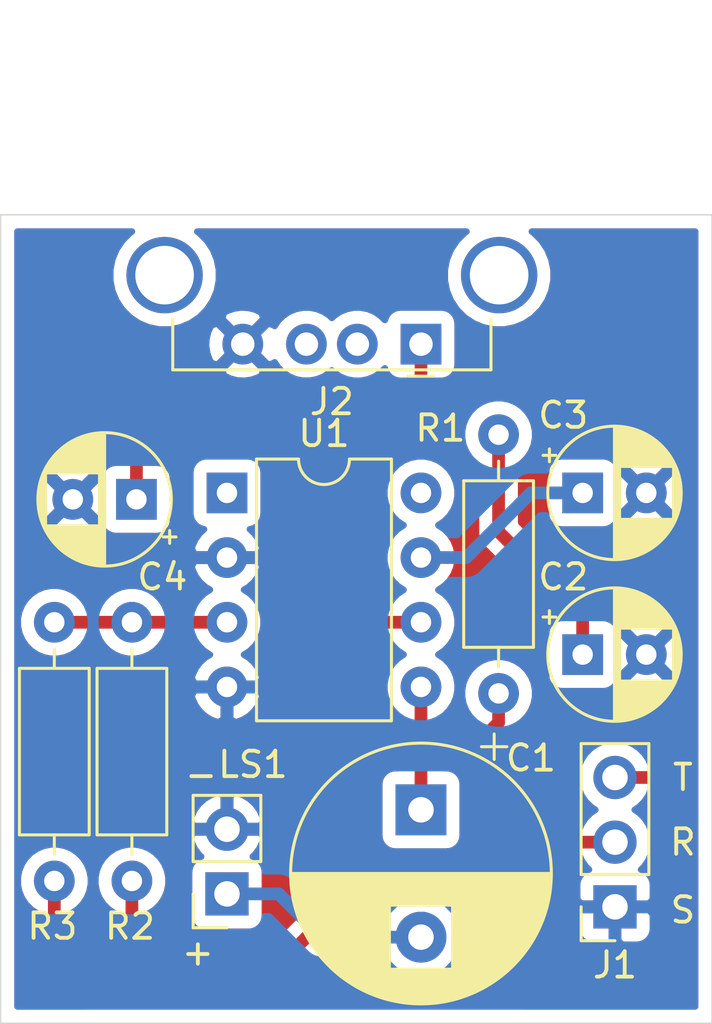
<source format=kicad_pcb>
(kicad_pcb (version 20171130) (host pcbnew "(5.1.5)-3")

  (general
    (thickness 1.6)
    (drawings 9)
    (tracks 60)
    (zones 0)
    (modules 11)
    (nets 15)
  )

  (page A4)
  (layers
    (0 F.Cu signal)
    (31 B.Cu signal)
    (32 B.Adhes user)
    (33 F.Adhes user)
    (34 B.Paste user)
    (35 F.Paste user)
    (36 B.SilkS user)
    (37 F.SilkS user)
    (38 B.Mask user)
    (39 F.Mask user)
    (40 Dwgs.User user)
    (41 Cmts.User user)
    (42 Eco1.User user)
    (43 Eco2.User user)
    (44 Edge.Cuts user)
    (45 Margin user)
    (46 B.CrtYd user)
    (47 F.CrtYd user)
    (48 B.Fab user)
    (49 F.Fab user)
  )

  (setup
    (last_trace_width 0.25)
    (user_trace_width 0.5)
    (user_trace_width 0.75)
    (user_trace_width 1)
    (trace_clearance 0.2)
    (zone_clearance 0.508)
    (zone_45_only no)
    (trace_min 0.2)
    (via_size 0.8)
    (via_drill 0.4)
    (via_min_size 0.4)
    (via_min_drill 0.3)
    (uvia_size 0.3)
    (uvia_drill 0.1)
    (uvias_allowed no)
    (uvia_min_size 0.2)
    (uvia_min_drill 0.1)
    (edge_width 0.05)
    (segment_width 0.2)
    (pcb_text_width 0.3)
    (pcb_text_size 1.5 1.5)
    (mod_edge_width 0.12)
    (mod_text_size 1 1)
    (mod_text_width 0.15)
    (pad_size 1.7 1.7)
    (pad_drill 1)
    (pad_to_mask_clearance 0.051)
    (solder_mask_min_width 0.25)
    (aux_axis_origin 0 0)
    (visible_elements 7FFDFFFF)
    (pcbplotparams
      (layerselection 0x010fc_ffffffff)
      (usegerberextensions false)
      (usegerberattributes false)
      (usegerberadvancedattributes false)
      (creategerberjobfile false)
      (excludeedgelayer true)
      (linewidth 0.100000)
      (plotframeref false)
      (viasonmask false)
      (mode 1)
      (useauxorigin false)
      (hpglpennumber 1)
      (hpglpenspeed 20)
      (hpglpendiameter 15.000000)
      (psnegative false)
      (psa4output false)
      (plotreference true)
      (plotvalue true)
      (plotinvisibletext false)
      (padsonsilk false)
      (subtractmaskfromsilk false)
      (outputformat 1)
      (mirror false)
      (drillshape 0)
      (scaleselection 1)
      (outputdirectory "Output/"))
  )

  (net 0 "")
  (net 1 "Net-(C1-Pad2)")
  (net 2 "Net-(C1-Pad1)")
  (net 3 GND)
  (net 4 "Net-(C3-Pad1)")
  (net 5 +15V)
  (net 6 "Net-(J1-PadR)")
  (net 7 "Net-(R2-Pad1)")
  (net 8 "Net-(J1-PadT)")
  (net 9 "Net-(U1-Pad8)")
  (net 10 "Net-(U1-Pad1)")
  (net 11 "Net-(C2-Pad1)")
  (net 12 "Net-(J2-Pad3)")
  (net 13 "Net-(J2-Pad2)")
  (net 14 "Net-(J2-Pad5)")

  (net_class Default "This is the default net class."
    (clearance 0.2)
    (trace_width 0.25)
    (via_dia 0.8)
    (via_drill 0.4)
    (uvia_dia 0.3)
    (uvia_drill 0.1)
    (add_net +15V)
    (add_net GND)
    (add_net "Net-(C1-Pad1)")
    (add_net "Net-(C1-Pad2)")
    (add_net "Net-(C2-Pad1)")
    (add_net "Net-(C3-Pad1)")
    (add_net "Net-(J1-PadR)")
    (add_net "Net-(J1-PadT)")
    (add_net "Net-(J2-Pad2)")
    (add_net "Net-(J2-Pad3)")
    (add_net "Net-(J2-Pad5)")
    (add_net "Net-(R2-Pad1)")
    (add_net "Net-(U1-Pad1)")
    (add_net "Net-(U1-Pad8)")
  )

  (module Connector_USB:USB_A_Stewart_SS-52100-001_Horizontal (layer F.Cu) (tedit 5EB1C575) (tstamp 5EB25D40)
    (at 200.66 60.96 180)
    (descr "USB A connector https://belfuse.com/resources/drawings/stewartconnector/dr-stw-ss-52100-001.pdf")
    (tags "USB_A Female Connector receptacle")
    (path /5EB20FAD)
    (fp_text reference J2 (at 3.5 -2.26) (layer F.SilkS)
      (effects (font (size 1 1) (thickness 0.15)))
    )
    (fp_text value USB_A (at 3.5 14.49) (layer F.Fab)
      (effects (font (size 1 1) (thickness 0.15)))
    )
    (fp_line (start -5.15 1.99) (end -4.25 0.69) (layer F.CrtYd) (width 0.05))
    (fp_line (start -5.15 3.44) (end -5.15 1.99) (layer F.CrtYd) (width 0.05))
    (fp_line (start -3.25 4.74) (end -4.25 4.74) (layer F.CrtYd) (width 0.05))
    (fp_line (start -5.15 3.44) (end -4.25 4.74) (layer F.CrtYd) (width 0.05))
    (fp_line (start -3.25 0.69) (end -4.25 0.69) (layer F.CrtYd) (width 0.05))
    (fp_line (start 12.15 3.44) (end 11.25 4.74) (layer F.CrtYd) (width 0.05))
    (fp_line (start -3.25 0.69) (end -3.25 -1.51) (layer F.CrtYd) (width 0.05))
    (fp_line (start 10.25 -1.51) (end -3.25 -1.51) (layer F.CrtYd) (width 0.05))
    (fp_line (start 10.25 0.69) (end 10.25 -1.51) (layer F.CrtYd) (width 0.05))
    (fp_line (start 12.15 1.99) (end 12.15 3.44) (layer F.CrtYd) (width 0.05))
    (fp_line (start 10.25 0.69) (end 11.25 0.69) (layer F.CrtYd) (width 0.05))
    (fp_line (start 12.15 1.99) (end 11.25 0.69) (layer F.CrtYd) (width 0.05))
    (fp_line (start 10.75 12.49) (end 10.75 12.99) (layer F.Fab) (width 0.1))
    (fp_line (start 9.75 12.49) (end 10.75 12.49) (layer F.Fab) (width 0.1))
    (fp_line (start -3.75 12.49) (end -2.75 12.49) (layer F.Fab) (width 0.1))
    (fp_line (start -3.75 12.99) (end -3.75 12.49) (layer F.Fab) (width 0.1))
    (fp_line (start -3.75 12.99) (end 10.75 12.99) (layer F.Fab) (width 0.1))
    (fp_line (start -2.75 12.49) (end -2.75 -1.01) (layer F.Fab) (width 0.1))
    (fp_line (start -2.75 -1.01) (end 9.75 -1.01) (layer F.Fab) (width 0.1))
    (fp_line (start 9.75 12.49) (end 9.75 -1.01) (layer F.Fab) (width 0.1))
    (fp_text user %R (at 3.5 5.99) (layer F.Fab)
      (effects (font (size 1 1) (thickness 0.15)))
    )
    (fp_line (start 9.75 0.99) (end 9.75 -1.01) (layer F.SilkS) (width 0.12))
    (fp_line (start 9.75 -1.01) (end -2.75 -1.01) (layer F.SilkS) (width 0.12))
    (fp_line (start -2.75 -1.01) (end -2.75 0.99) (layer F.SilkS) (width 0.12))
    (fp_line (start -0.5 -1.26) (end 0.5 -1.26) (layer F.SilkS) (width 0.12))
    (fp_line (start -0.25 -1.01) (end 0 -0.76) (layer F.Fab) (width 0.1))
    (fp_line (start 0 -0.76) (end 0.25 -1.01) (layer F.Fab) (width 0.1))
    (fp_line (start -3.25 4.74) (end -3.25 11.99) (layer F.CrtYd) (width 0.05))
    (fp_line (start -3.25 11.99) (end -4.25 11.99) (layer F.CrtYd) (width 0.05))
    (fp_line (start -4.25 11.99) (end -4.25 13.49) (layer F.CrtYd) (width 0.05))
    (fp_line (start -4.25 13.49) (end 11.25 13.49) (layer F.CrtYd) (width 0.05))
    (fp_line (start 11.25 13.49) (end 11.25 11.99) (layer F.CrtYd) (width 0.05))
    (fp_line (start 11.25 11.99) (end 10.25 11.99) (layer F.CrtYd) (width 0.05))
    (fp_line (start 10.25 11.99) (end 10.25 4.74) (layer F.CrtYd) (width 0.05))
    (fp_line (start 10.25 4.74) (end 11.25 4.74) (layer F.CrtYd) (width 0.05))
    (pad 4 thru_hole circle (at 7 0 180) (size 1.6 1.6) (drill 0.92) (layers *.Cu *.Mask)
      (net 3 GND))
    (pad 3 thru_hole circle (at 4.5 0 180) (size 1.6 1.6) (drill 0.92) (layers *.Cu *.Mask)
      (net 12 "Net-(J2-Pad3)"))
    (pad 2 thru_hole circle (at 2.5 0 180) (size 1.6 1.6) (drill 0.92) (layers *.Cu *.Mask)
      (net 13 "Net-(J2-Pad2)"))
    (pad 1 thru_hole rect (at 0 0 180) (size 1.6 1.6) (drill 0.92) (layers *.Cu *.Mask)
      (net 5 +15V))
    (pad 5 thru_hole circle (at -3.07 2.71 180) (size 3 3) (drill 2.3) (layers *.Cu *.Mask)
      (net 14 "Net-(J2-Pad5)"))
    (pad 5 thru_hole circle (at 10.07 2.71 180) (size 3 3) (drill 2.3) (layers *.Cu *.Mask)
      (net 14 "Net-(J2-Pad5)"))
    (model ${ALTSTPFILES}/USB_A_FEMALE_DIGIKEY.IGS
      (offset (xyz 3.5 0.75 6.5))
      (scale (xyz 1 1 1))
      (rotate (xyz 0 0 0))
    )
  )

  (module Resistor_THT:R_Axial_DIN0207_L6.3mm_D2.5mm_P10.16mm_Horizontal (layer F.Cu) (tedit 5AE5139B) (tstamp 5E64F032)
    (at 203.708 64.516 270)
    (descr "Resistor, Axial_DIN0207 series, Axial, Horizontal, pin pitch=10.16mm, 0.25W = 1/4W, length*diameter=6.3*2.5mm^2, http://cdn-reichelt.de/documents/datenblatt/B400/1_4W%23YAG.pdf")
    (tags "Resistor Axial_DIN0207 series Axial Horizontal pin pitch 10.16mm 0.25W = 1/4W length 6.3mm diameter 2.5mm")
    (path /5E64BFF0)
    (fp_text reference R1 (at -0.254 2.286 180) (layer F.SilkS)
      (effects (font (size 1 1) (thickness 0.15)))
    )
    (fp_text value 1k (at 5.08 2.37 90) (layer F.Fab)
      (effects (font (size 1 1) (thickness 0.15)))
    )
    (fp_text user %R (at 5.08 0 90) (layer F.Fab)
      (effects (font (size 1 1) (thickness 0.15)))
    )
    (fp_line (start 11.21 -1.5) (end -1.05 -1.5) (layer F.CrtYd) (width 0.05))
    (fp_line (start 11.21 1.5) (end 11.21 -1.5) (layer F.CrtYd) (width 0.05))
    (fp_line (start -1.05 1.5) (end 11.21 1.5) (layer F.CrtYd) (width 0.05))
    (fp_line (start -1.05 -1.5) (end -1.05 1.5) (layer F.CrtYd) (width 0.05))
    (fp_line (start 9.12 0) (end 8.35 0) (layer F.SilkS) (width 0.12))
    (fp_line (start 1.04 0) (end 1.81 0) (layer F.SilkS) (width 0.12))
    (fp_line (start 8.35 -1.37) (end 1.81 -1.37) (layer F.SilkS) (width 0.12))
    (fp_line (start 8.35 1.37) (end 8.35 -1.37) (layer F.SilkS) (width 0.12))
    (fp_line (start 1.81 1.37) (end 8.35 1.37) (layer F.SilkS) (width 0.12))
    (fp_line (start 1.81 -1.37) (end 1.81 1.37) (layer F.SilkS) (width 0.12))
    (fp_line (start 10.16 0) (end 8.23 0) (layer F.Fab) (width 0.1))
    (fp_line (start 0 0) (end 1.93 0) (layer F.Fab) (width 0.1))
    (fp_line (start 8.23 -1.25) (end 1.93 -1.25) (layer F.Fab) (width 0.1))
    (fp_line (start 8.23 1.25) (end 8.23 -1.25) (layer F.Fab) (width 0.1))
    (fp_line (start 1.93 1.25) (end 8.23 1.25) (layer F.Fab) (width 0.1))
    (fp_line (start 1.93 -1.25) (end 1.93 1.25) (layer F.Fab) (width 0.1))
    (pad 2 thru_hole oval (at 10.16 0 270) (size 1.6 1.6) (drill 0.8) (layers *.Cu *.Mask)
      (net 2 "Net-(C1-Pad1)"))
    (pad 1 thru_hole circle (at 0 0 270) (size 1.6 1.6) (drill 0.8) (layers *.Cu *.Mask)
      (net 11 "Net-(C2-Pad1)"))
    (model ${KISYS3DMOD}/Resistor_THT.3dshapes/R_Axial_DIN0207_L6.3mm_D2.5mm_P10.16mm_Horizontal.wrl
      (at (xyz 0 0 0))
      (scale (xyz 1 1 1))
      (rotate (xyz 0 0 0))
    )
  )

  (module Capacitor_THT:CP_Radial_D5.0mm_P2.50mm (layer F.Cu) (tedit 5AE50EF0) (tstamp 5E64EDB9)
    (at 207.01 73.152)
    (descr "CP, Radial series, Radial, pin pitch=2.50mm, , diameter=5mm, Electrolytic Capacitor")
    (tags "CP Radial series Radial pin pitch 2.50mm  diameter 5mm Electrolytic Capacitor")
    (path /5E64B476)
    (fp_text reference C2 (at -0.762 -3.048) (layer F.SilkS)
      (effects (font (size 1 1) (thickness 0.15)))
    )
    (fp_text value 0.22uF (at 1.25 3.75) (layer F.Fab)
      (effects (font (size 1 1) (thickness 0.15)))
    )
    (fp_text user %R (at 1.25 0) (layer F.Fab)
      (effects (font (size 1 1) (thickness 0.15)))
    )
    (fp_line (start -1.304775 -1.725) (end -1.304775 -1.225) (layer F.SilkS) (width 0.12))
    (fp_line (start -1.554775 -1.475) (end -1.054775 -1.475) (layer F.SilkS) (width 0.12))
    (fp_line (start 3.851 -0.284) (end 3.851 0.284) (layer F.SilkS) (width 0.12))
    (fp_line (start 3.811 -0.518) (end 3.811 0.518) (layer F.SilkS) (width 0.12))
    (fp_line (start 3.771 -0.677) (end 3.771 0.677) (layer F.SilkS) (width 0.12))
    (fp_line (start 3.731 -0.805) (end 3.731 0.805) (layer F.SilkS) (width 0.12))
    (fp_line (start 3.691 -0.915) (end 3.691 0.915) (layer F.SilkS) (width 0.12))
    (fp_line (start 3.651 -1.011) (end 3.651 1.011) (layer F.SilkS) (width 0.12))
    (fp_line (start 3.611 -1.098) (end 3.611 1.098) (layer F.SilkS) (width 0.12))
    (fp_line (start 3.571 -1.178) (end 3.571 1.178) (layer F.SilkS) (width 0.12))
    (fp_line (start 3.531 1.04) (end 3.531 1.251) (layer F.SilkS) (width 0.12))
    (fp_line (start 3.531 -1.251) (end 3.531 -1.04) (layer F.SilkS) (width 0.12))
    (fp_line (start 3.491 1.04) (end 3.491 1.319) (layer F.SilkS) (width 0.12))
    (fp_line (start 3.491 -1.319) (end 3.491 -1.04) (layer F.SilkS) (width 0.12))
    (fp_line (start 3.451 1.04) (end 3.451 1.383) (layer F.SilkS) (width 0.12))
    (fp_line (start 3.451 -1.383) (end 3.451 -1.04) (layer F.SilkS) (width 0.12))
    (fp_line (start 3.411 1.04) (end 3.411 1.443) (layer F.SilkS) (width 0.12))
    (fp_line (start 3.411 -1.443) (end 3.411 -1.04) (layer F.SilkS) (width 0.12))
    (fp_line (start 3.371 1.04) (end 3.371 1.5) (layer F.SilkS) (width 0.12))
    (fp_line (start 3.371 -1.5) (end 3.371 -1.04) (layer F.SilkS) (width 0.12))
    (fp_line (start 3.331 1.04) (end 3.331 1.554) (layer F.SilkS) (width 0.12))
    (fp_line (start 3.331 -1.554) (end 3.331 -1.04) (layer F.SilkS) (width 0.12))
    (fp_line (start 3.291 1.04) (end 3.291 1.605) (layer F.SilkS) (width 0.12))
    (fp_line (start 3.291 -1.605) (end 3.291 -1.04) (layer F.SilkS) (width 0.12))
    (fp_line (start 3.251 1.04) (end 3.251 1.653) (layer F.SilkS) (width 0.12))
    (fp_line (start 3.251 -1.653) (end 3.251 -1.04) (layer F.SilkS) (width 0.12))
    (fp_line (start 3.211 1.04) (end 3.211 1.699) (layer F.SilkS) (width 0.12))
    (fp_line (start 3.211 -1.699) (end 3.211 -1.04) (layer F.SilkS) (width 0.12))
    (fp_line (start 3.171 1.04) (end 3.171 1.743) (layer F.SilkS) (width 0.12))
    (fp_line (start 3.171 -1.743) (end 3.171 -1.04) (layer F.SilkS) (width 0.12))
    (fp_line (start 3.131 1.04) (end 3.131 1.785) (layer F.SilkS) (width 0.12))
    (fp_line (start 3.131 -1.785) (end 3.131 -1.04) (layer F.SilkS) (width 0.12))
    (fp_line (start 3.091 1.04) (end 3.091 1.826) (layer F.SilkS) (width 0.12))
    (fp_line (start 3.091 -1.826) (end 3.091 -1.04) (layer F.SilkS) (width 0.12))
    (fp_line (start 3.051 1.04) (end 3.051 1.864) (layer F.SilkS) (width 0.12))
    (fp_line (start 3.051 -1.864) (end 3.051 -1.04) (layer F.SilkS) (width 0.12))
    (fp_line (start 3.011 1.04) (end 3.011 1.901) (layer F.SilkS) (width 0.12))
    (fp_line (start 3.011 -1.901) (end 3.011 -1.04) (layer F.SilkS) (width 0.12))
    (fp_line (start 2.971 1.04) (end 2.971 1.937) (layer F.SilkS) (width 0.12))
    (fp_line (start 2.971 -1.937) (end 2.971 -1.04) (layer F.SilkS) (width 0.12))
    (fp_line (start 2.931 1.04) (end 2.931 1.971) (layer F.SilkS) (width 0.12))
    (fp_line (start 2.931 -1.971) (end 2.931 -1.04) (layer F.SilkS) (width 0.12))
    (fp_line (start 2.891 1.04) (end 2.891 2.004) (layer F.SilkS) (width 0.12))
    (fp_line (start 2.891 -2.004) (end 2.891 -1.04) (layer F.SilkS) (width 0.12))
    (fp_line (start 2.851 1.04) (end 2.851 2.035) (layer F.SilkS) (width 0.12))
    (fp_line (start 2.851 -2.035) (end 2.851 -1.04) (layer F.SilkS) (width 0.12))
    (fp_line (start 2.811 1.04) (end 2.811 2.065) (layer F.SilkS) (width 0.12))
    (fp_line (start 2.811 -2.065) (end 2.811 -1.04) (layer F.SilkS) (width 0.12))
    (fp_line (start 2.771 1.04) (end 2.771 2.095) (layer F.SilkS) (width 0.12))
    (fp_line (start 2.771 -2.095) (end 2.771 -1.04) (layer F.SilkS) (width 0.12))
    (fp_line (start 2.731 1.04) (end 2.731 2.122) (layer F.SilkS) (width 0.12))
    (fp_line (start 2.731 -2.122) (end 2.731 -1.04) (layer F.SilkS) (width 0.12))
    (fp_line (start 2.691 1.04) (end 2.691 2.149) (layer F.SilkS) (width 0.12))
    (fp_line (start 2.691 -2.149) (end 2.691 -1.04) (layer F.SilkS) (width 0.12))
    (fp_line (start 2.651 1.04) (end 2.651 2.175) (layer F.SilkS) (width 0.12))
    (fp_line (start 2.651 -2.175) (end 2.651 -1.04) (layer F.SilkS) (width 0.12))
    (fp_line (start 2.611 1.04) (end 2.611 2.2) (layer F.SilkS) (width 0.12))
    (fp_line (start 2.611 -2.2) (end 2.611 -1.04) (layer F.SilkS) (width 0.12))
    (fp_line (start 2.571 1.04) (end 2.571 2.224) (layer F.SilkS) (width 0.12))
    (fp_line (start 2.571 -2.224) (end 2.571 -1.04) (layer F.SilkS) (width 0.12))
    (fp_line (start 2.531 1.04) (end 2.531 2.247) (layer F.SilkS) (width 0.12))
    (fp_line (start 2.531 -2.247) (end 2.531 -1.04) (layer F.SilkS) (width 0.12))
    (fp_line (start 2.491 1.04) (end 2.491 2.268) (layer F.SilkS) (width 0.12))
    (fp_line (start 2.491 -2.268) (end 2.491 -1.04) (layer F.SilkS) (width 0.12))
    (fp_line (start 2.451 1.04) (end 2.451 2.29) (layer F.SilkS) (width 0.12))
    (fp_line (start 2.451 -2.29) (end 2.451 -1.04) (layer F.SilkS) (width 0.12))
    (fp_line (start 2.411 1.04) (end 2.411 2.31) (layer F.SilkS) (width 0.12))
    (fp_line (start 2.411 -2.31) (end 2.411 -1.04) (layer F.SilkS) (width 0.12))
    (fp_line (start 2.371 1.04) (end 2.371 2.329) (layer F.SilkS) (width 0.12))
    (fp_line (start 2.371 -2.329) (end 2.371 -1.04) (layer F.SilkS) (width 0.12))
    (fp_line (start 2.331 1.04) (end 2.331 2.348) (layer F.SilkS) (width 0.12))
    (fp_line (start 2.331 -2.348) (end 2.331 -1.04) (layer F.SilkS) (width 0.12))
    (fp_line (start 2.291 1.04) (end 2.291 2.365) (layer F.SilkS) (width 0.12))
    (fp_line (start 2.291 -2.365) (end 2.291 -1.04) (layer F.SilkS) (width 0.12))
    (fp_line (start 2.251 1.04) (end 2.251 2.382) (layer F.SilkS) (width 0.12))
    (fp_line (start 2.251 -2.382) (end 2.251 -1.04) (layer F.SilkS) (width 0.12))
    (fp_line (start 2.211 1.04) (end 2.211 2.398) (layer F.SilkS) (width 0.12))
    (fp_line (start 2.211 -2.398) (end 2.211 -1.04) (layer F.SilkS) (width 0.12))
    (fp_line (start 2.171 1.04) (end 2.171 2.414) (layer F.SilkS) (width 0.12))
    (fp_line (start 2.171 -2.414) (end 2.171 -1.04) (layer F.SilkS) (width 0.12))
    (fp_line (start 2.131 1.04) (end 2.131 2.428) (layer F.SilkS) (width 0.12))
    (fp_line (start 2.131 -2.428) (end 2.131 -1.04) (layer F.SilkS) (width 0.12))
    (fp_line (start 2.091 1.04) (end 2.091 2.442) (layer F.SilkS) (width 0.12))
    (fp_line (start 2.091 -2.442) (end 2.091 -1.04) (layer F.SilkS) (width 0.12))
    (fp_line (start 2.051 1.04) (end 2.051 2.455) (layer F.SilkS) (width 0.12))
    (fp_line (start 2.051 -2.455) (end 2.051 -1.04) (layer F.SilkS) (width 0.12))
    (fp_line (start 2.011 1.04) (end 2.011 2.468) (layer F.SilkS) (width 0.12))
    (fp_line (start 2.011 -2.468) (end 2.011 -1.04) (layer F.SilkS) (width 0.12))
    (fp_line (start 1.971 1.04) (end 1.971 2.48) (layer F.SilkS) (width 0.12))
    (fp_line (start 1.971 -2.48) (end 1.971 -1.04) (layer F.SilkS) (width 0.12))
    (fp_line (start 1.93 1.04) (end 1.93 2.491) (layer F.SilkS) (width 0.12))
    (fp_line (start 1.93 -2.491) (end 1.93 -1.04) (layer F.SilkS) (width 0.12))
    (fp_line (start 1.89 1.04) (end 1.89 2.501) (layer F.SilkS) (width 0.12))
    (fp_line (start 1.89 -2.501) (end 1.89 -1.04) (layer F.SilkS) (width 0.12))
    (fp_line (start 1.85 1.04) (end 1.85 2.511) (layer F.SilkS) (width 0.12))
    (fp_line (start 1.85 -2.511) (end 1.85 -1.04) (layer F.SilkS) (width 0.12))
    (fp_line (start 1.81 1.04) (end 1.81 2.52) (layer F.SilkS) (width 0.12))
    (fp_line (start 1.81 -2.52) (end 1.81 -1.04) (layer F.SilkS) (width 0.12))
    (fp_line (start 1.77 1.04) (end 1.77 2.528) (layer F.SilkS) (width 0.12))
    (fp_line (start 1.77 -2.528) (end 1.77 -1.04) (layer F.SilkS) (width 0.12))
    (fp_line (start 1.73 1.04) (end 1.73 2.536) (layer F.SilkS) (width 0.12))
    (fp_line (start 1.73 -2.536) (end 1.73 -1.04) (layer F.SilkS) (width 0.12))
    (fp_line (start 1.69 1.04) (end 1.69 2.543) (layer F.SilkS) (width 0.12))
    (fp_line (start 1.69 -2.543) (end 1.69 -1.04) (layer F.SilkS) (width 0.12))
    (fp_line (start 1.65 1.04) (end 1.65 2.55) (layer F.SilkS) (width 0.12))
    (fp_line (start 1.65 -2.55) (end 1.65 -1.04) (layer F.SilkS) (width 0.12))
    (fp_line (start 1.61 1.04) (end 1.61 2.556) (layer F.SilkS) (width 0.12))
    (fp_line (start 1.61 -2.556) (end 1.61 -1.04) (layer F.SilkS) (width 0.12))
    (fp_line (start 1.57 1.04) (end 1.57 2.561) (layer F.SilkS) (width 0.12))
    (fp_line (start 1.57 -2.561) (end 1.57 -1.04) (layer F.SilkS) (width 0.12))
    (fp_line (start 1.53 1.04) (end 1.53 2.565) (layer F.SilkS) (width 0.12))
    (fp_line (start 1.53 -2.565) (end 1.53 -1.04) (layer F.SilkS) (width 0.12))
    (fp_line (start 1.49 1.04) (end 1.49 2.569) (layer F.SilkS) (width 0.12))
    (fp_line (start 1.49 -2.569) (end 1.49 -1.04) (layer F.SilkS) (width 0.12))
    (fp_line (start 1.45 -2.573) (end 1.45 2.573) (layer F.SilkS) (width 0.12))
    (fp_line (start 1.41 -2.576) (end 1.41 2.576) (layer F.SilkS) (width 0.12))
    (fp_line (start 1.37 -2.578) (end 1.37 2.578) (layer F.SilkS) (width 0.12))
    (fp_line (start 1.33 -2.579) (end 1.33 2.579) (layer F.SilkS) (width 0.12))
    (fp_line (start 1.29 -2.58) (end 1.29 2.58) (layer F.SilkS) (width 0.12))
    (fp_line (start 1.25 -2.58) (end 1.25 2.58) (layer F.SilkS) (width 0.12))
    (fp_line (start -0.633605 -1.3375) (end -0.633605 -0.8375) (layer F.Fab) (width 0.1))
    (fp_line (start -0.883605 -1.0875) (end -0.383605 -1.0875) (layer F.Fab) (width 0.1))
    (fp_circle (center 1.25 0) (end 4 0) (layer F.CrtYd) (width 0.05))
    (fp_circle (center 1.25 0) (end 3.87 0) (layer F.SilkS) (width 0.12))
    (fp_circle (center 1.25 0) (end 3.75 0) (layer F.Fab) (width 0.1))
    (pad 2 thru_hole circle (at 2.5 0) (size 1.6 1.6) (drill 0.8) (layers *.Cu *.Mask)
      (net 3 GND))
    (pad 1 thru_hole rect (at 0 0) (size 1.6 1.6) (drill 0.8) (layers *.Cu *.Mask)
      (net 11 "Net-(C2-Pad1)"))
    (model ${KISYS3DMOD}/Capacitor_THT.3dshapes/CP_Radial_D5.0mm_P2.50mm.wrl
      (at (xyz 0 0 0))
      (scale (xyz 1 1 1))
      (rotate (xyz 0 0 0))
    )
  )

  (module Resistor_THT:R_Axial_DIN0207_L6.3mm_D2.5mm_P10.16mm_Horizontal (layer F.Cu) (tedit 5AE5139B) (tstamp 5E64D4D2)
    (at 189.3062 71.882 270)
    (descr "Resistor, Axial_DIN0207 series, Axial, Horizontal, pin pitch=10.16mm, 0.25W = 1/4W, length*diameter=6.3*2.5mm^2, http://cdn-reichelt.de/documents/datenblatt/B400/1_4W%23YAG.pdf")
    (tags "Resistor Axial_DIN0207 series Axial Horizontal pin pitch 10.16mm 0.25W = 1/4W length 6.3mm diameter 2.5mm")
    (path /5E5E2DE3)
    (fp_text reference R2 (at 11.938 0.0762 180) (layer F.SilkS)
      (effects (font (size 1 1) (thickness 0.15)))
    )
    (fp_text value 1k (at 5.08 2.37 90) (layer F.Fab)
      (effects (font (size 1 1) (thickness 0.15)))
    )
    (fp_text user %R (at 5.08 0 90) (layer F.Fab)
      (effects (font (size 1 1) (thickness 0.15)))
    )
    (fp_line (start 11.21 -1.5) (end -1.05 -1.5) (layer F.CrtYd) (width 0.05))
    (fp_line (start 11.21 1.5) (end 11.21 -1.5) (layer F.CrtYd) (width 0.05))
    (fp_line (start -1.05 1.5) (end 11.21 1.5) (layer F.CrtYd) (width 0.05))
    (fp_line (start -1.05 -1.5) (end -1.05 1.5) (layer F.CrtYd) (width 0.05))
    (fp_line (start 9.12 0) (end 8.35 0) (layer F.SilkS) (width 0.12))
    (fp_line (start 1.04 0) (end 1.81 0) (layer F.SilkS) (width 0.12))
    (fp_line (start 8.35 -1.37) (end 1.81 -1.37) (layer F.SilkS) (width 0.12))
    (fp_line (start 8.35 1.37) (end 8.35 -1.37) (layer F.SilkS) (width 0.12))
    (fp_line (start 1.81 1.37) (end 8.35 1.37) (layer F.SilkS) (width 0.12))
    (fp_line (start 1.81 -1.37) (end 1.81 1.37) (layer F.SilkS) (width 0.12))
    (fp_line (start 10.16 0) (end 8.23 0) (layer F.Fab) (width 0.1))
    (fp_line (start 0 0) (end 1.93 0) (layer F.Fab) (width 0.1))
    (fp_line (start 8.23 -1.25) (end 1.93 -1.25) (layer F.Fab) (width 0.1))
    (fp_line (start 8.23 1.25) (end 8.23 -1.25) (layer F.Fab) (width 0.1))
    (fp_line (start 1.93 1.25) (end 8.23 1.25) (layer F.Fab) (width 0.1))
    (fp_line (start 1.93 -1.25) (end 1.93 1.25) (layer F.Fab) (width 0.1))
    (pad 2 thru_hole oval (at 10.16 0 270) (size 1.6 1.6) (drill 0.8) (layers *.Cu *.Mask)
      (net 6 "Net-(J1-PadR)"))
    (pad 1 thru_hole circle (at 0 0 270) (size 1.6 1.6) (drill 0.8) (layers *.Cu *.Mask)
      (net 7 "Net-(R2-Pad1)"))
    (model ${KISYS3DMOD}/Resistor_THT.3dshapes/R_Axial_DIN0207_L6.3mm_D2.5mm_P10.16mm_Horizontal.wrl
      (at (xyz 0 0 0))
      (scale (xyz 1 1 1))
      (rotate (xyz 0 0 0))
    )
  )

  (module Package_DIP:DIP-8_W7.62mm (layer F.Cu) (tedit 5A02E8C5) (tstamp 5E64D505)
    (at 193.04 66.802)
    (descr "8-lead though-hole mounted DIP package, row spacing 7.62 mm (300 mils)")
    (tags "THT DIP DIL PDIP 2.54mm 7.62mm 300mil")
    (path /5E5E0B81)
    (fp_text reference U1 (at 3.81 -2.33) (layer F.SilkS)
      (effects (font (size 1 1) (thickness 0.15)))
    )
    (fp_text value LM386 (at 3.81 9.95) (layer F.Fab)
      (effects (font (size 1 1) (thickness 0.15)))
    )
    (fp_text user %R (at 3.81 3.81) (layer F.Fab)
      (effects (font (size 1 1) (thickness 0.15)))
    )
    (fp_line (start 8.7 -1.55) (end -1.1 -1.55) (layer F.CrtYd) (width 0.05))
    (fp_line (start 8.7 9.15) (end 8.7 -1.55) (layer F.CrtYd) (width 0.05))
    (fp_line (start -1.1 9.15) (end 8.7 9.15) (layer F.CrtYd) (width 0.05))
    (fp_line (start -1.1 -1.55) (end -1.1 9.15) (layer F.CrtYd) (width 0.05))
    (fp_line (start 6.46 -1.33) (end 4.81 -1.33) (layer F.SilkS) (width 0.12))
    (fp_line (start 6.46 8.95) (end 6.46 -1.33) (layer F.SilkS) (width 0.12))
    (fp_line (start 1.16 8.95) (end 6.46 8.95) (layer F.SilkS) (width 0.12))
    (fp_line (start 1.16 -1.33) (end 1.16 8.95) (layer F.SilkS) (width 0.12))
    (fp_line (start 2.81 -1.33) (end 1.16 -1.33) (layer F.SilkS) (width 0.12))
    (fp_line (start 0.635 -0.27) (end 1.635 -1.27) (layer F.Fab) (width 0.1))
    (fp_line (start 0.635 8.89) (end 0.635 -0.27) (layer F.Fab) (width 0.1))
    (fp_line (start 6.985 8.89) (end 0.635 8.89) (layer F.Fab) (width 0.1))
    (fp_line (start 6.985 -1.27) (end 6.985 8.89) (layer F.Fab) (width 0.1))
    (fp_line (start 1.635 -1.27) (end 6.985 -1.27) (layer F.Fab) (width 0.1))
    (fp_arc (start 3.81 -1.33) (end 2.81 -1.33) (angle -180) (layer F.SilkS) (width 0.12))
    (pad 8 thru_hole oval (at 7.62 0) (size 1.6 1.6) (drill 0.8) (layers *.Cu *.Mask)
      (net 9 "Net-(U1-Pad8)"))
    (pad 4 thru_hole oval (at 0 7.62) (size 1.6 1.6) (drill 0.8) (layers *.Cu *.Mask)
      (net 3 GND))
    (pad 7 thru_hole oval (at 7.62 2.54) (size 1.6 1.6) (drill 0.8) (layers *.Cu *.Mask)
      (net 4 "Net-(C3-Pad1)"))
    (pad 3 thru_hole oval (at 0 5.08) (size 1.6 1.6) (drill 0.8) (layers *.Cu *.Mask)
      (net 7 "Net-(R2-Pad1)"))
    (pad 6 thru_hole oval (at 7.62 5.08) (size 1.6 1.6) (drill 0.8) (layers *.Cu *.Mask)
      (net 5 +15V))
    (pad 2 thru_hole oval (at 0 2.54) (size 1.6 1.6) (drill 0.8) (layers *.Cu *.Mask)
      (net 3 GND))
    (pad 5 thru_hole oval (at 7.62 7.62) (size 1.6 1.6) (drill 0.8) (layers *.Cu *.Mask)
      (net 2 "Net-(C1-Pad1)"))
    (pad 1 thru_hole rect (at 0 0) (size 1.6 1.6) (drill 0.8) (layers *.Cu *.Mask)
      (net 10 "Net-(U1-Pad1)"))
    (model ${KISYS3DMOD}/Package_DIP.3dshapes/DIP-8_W7.62mm.wrl
      (at (xyz 0 0 0))
      (scale (xyz 1 1 1))
      (rotate (xyz 0 0 0))
    )
  )

  (module Resistor_THT:R_Axial_DIN0207_L6.3mm_D2.5mm_P10.16mm_Horizontal (layer F.Cu) (tedit 5AE5139B) (tstamp 5E64D4E9)
    (at 186.2582 71.882 270)
    (descr "Resistor, Axial_DIN0207 series, Axial, Horizontal, pin pitch=10.16mm, 0.25W = 1/4W, length*diameter=6.3*2.5mm^2, http://cdn-reichelt.de/documents/datenblatt/B400/1_4W%23YAG.pdf")
    (tags "Resistor Axial_DIN0207 series Axial Horizontal pin pitch 10.16mm 0.25W = 1/4W length 6.3mm diameter 2.5mm")
    (path /5E5E2041)
    (fp_text reference R3 (at 11.938 0.0762 180) (layer F.SilkS)
      (effects (font (size 1 1) (thickness 0.15)))
    )
    (fp_text value 1k (at 5.08 2.37 90) (layer F.Fab)
      (effects (font (size 1 1) (thickness 0.15)))
    )
    (fp_text user %R (at 5.08 0 90) (layer F.Fab)
      (effects (font (size 1 1) (thickness 0.15)))
    )
    (fp_line (start 11.21 -1.5) (end -1.05 -1.5) (layer F.CrtYd) (width 0.05))
    (fp_line (start 11.21 1.5) (end 11.21 -1.5) (layer F.CrtYd) (width 0.05))
    (fp_line (start -1.05 1.5) (end 11.21 1.5) (layer F.CrtYd) (width 0.05))
    (fp_line (start -1.05 -1.5) (end -1.05 1.5) (layer F.CrtYd) (width 0.05))
    (fp_line (start 9.12 0) (end 8.35 0) (layer F.SilkS) (width 0.12))
    (fp_line (start 1.04 0) (end 1.81 0) (layer F.SilkS) (width 0.12))
    (fp_line (start 8.35 -1.37) (end 1.81 -1.37) (layer F.SilkS) (width 0.12))
    (fp_line (start 8.35 1.37) (end 8.35 -1.37) (layer F.SilkS) (width 0.12))
    (fp_line (start 1.81 1.37) (end 8.35 1.37) (layer F.SilkS) (width 0.12))
    (fp_line (start 1.81 -1.37) (end 1.81 1.37) (layer F.SilkS) (width 0.12))
    (fp_line (start 10.16 0) (end 8.23 0) (layer F.Fab) (width 0.1))
    (fp_line (start 0 0) (end 1.93 0) (layer F.Fab) (width 0.1))
    (fp_line (start 8.23 -1.25) (end 1.93 -1.25) (layer F.Fab) (width 0.1))
    (fp_line (start 8.23 1.25) (end 8.23 -1.25) (layer F.Fab) (width 0.1))
    (fp_line (start 1.93 1.25) (end 8.23 1.25) (layer F.Fab) (width 0.1))
    (fp_line (start 1.93 -1.25) (end 1.93 1.25) (layer F.Fab) (width 0.1))
    (pad 2 thru_hole oval (at 10.16 0 270) (size 1.6 1.6) (drill 0.8) (layers *.Cu *.Mask)
      (net 8 "Net-(J1-PadT)"))
    (pad 1 thru_hole circle (at 0 0 270) (size 1.6 1.6) (drill 0.8) (layers *.Cu *.Mask)
      (net 7 "Net-(R2-Pad1)"))
    (model ${KISYS3DMOD}/Resistor_THT.3dshapes/R_Axial_DIN0207_L6.3mm_D2.5mm_P10.16mm_Horizontal.wrl
      (at (xyz 0 0 0))
      (scale (xyz 1 1 1))
      (rotate (xyz 0 0 0))
    )
  )

  (module Connector_PinSocket_2.54mm:PinSocket_1x02_P2.54mm_Vertical (layer F.Cu) (tedit 5A19A420) (tstamp 5E64D4BB)
    (at 193.04 82.55 180)
    (descr "Through hole straight socket strip, 1x02, 2.54mm pitch, single row (from Kicad 4.0.7), script generated")
    (tags "Through hole socket strip THT 1x02 2.54mm single row")
    (path /5E5DF015)
    (fp_text reference LS1 (at -1.016 5.08) (layer F.SilkS)
      (effects (font (size 1 1) (thickness 0.15)))
    )
    (fp_text value PLS-P830985 (at 0 5.31) (layer F.Fab)
      (effects (font (size 1 1) (thickness 0.15)))
    )
    (fp_text user %R (at 0 1.27 90) (layer F.Fab)
      (effects (font (size 1 1) (thickness 0.15)))
    )
    (fp_line (start -1.8 4.3) (end -1.8 -1.8) (layer F.CrtYd) (width 0.05))
    (fp_line (start 1.75 4.3) (end -1.8 4.3) (layer F.CrtYd) (width 0.05))
    (fp_line (start 1.75 -1.8) (end 1.75 4.3) (layer F.CrtYd) (width 0.05))
    (fp_line (start -1.8 -1.8) (end 1.75 -1.8) (layer F.CrtYd) (width 0.05))
    (fp_line (start 0 -1.33) (end 1.33 -1.33) (layer F.SilkS) (width 0.12))
    (fp_line (start 1.33 -1.33) (end 1.33 0) (layer F.SilkS) (width 0.12))
    (fp_line (start 1.33 1.27) (end 1.33 3.87) (layer F.SilkS) (width 0.12))
    (fp_line (start -1.33 3.87) (end 1.33 3.87) (layer F.SilkS) (width 0.12))
    (fp_line (start -1.33 1.27) (end -1.33 3.87) (layer F.SilkS) (width 0.12))
    (fp_line (start -1.33 1.27) (end 1.33 1.27) (layer F.SilkS) (width 0.12))
    (fp_line (start -1.27 3.81) (end -1.27 -1.27) (layer F.Fab) (width 0.1))
    (fp_line (start 1.27 3.81) (end -1.27 3.81) (layer F.Fab) (width 0.1))
    (fp_line (start 1.27 -0.635) (end 1.27 3.81) (layer F.Fab) (width 0.1))
    (fp_line (start 0.635 -1.27) (end 1.27 -0.635) (layer F.Fab) (width 0.1))
    (fp_line (start -1.27 -1.27) (end 0.635 -1.27) (layer F.Fab) (width 0.1))
    (pad 2 thru_hole oval (at 0 2.54 180) (size 1.7 1.7) (drill 1) (layers *.Cu *.Mask)
      (net 3 GND))
    (pad 1 thru_hole rect (at 0 0 180) (size 1.7 1.7) (drill 1) (layers *.Cu *.Mask)
      (net 1 "Net-(C1-Pad2)"))
    (model ${KISYS3DMOD}/Connector_PinSocket_2.54mm.3dshapes/PinSocket_1x02_P2.54mm_Vertical.wrl
      (at (xyz 0 0 0))
      (scale (xyz 1 1 1))
      (rotate (xyz 0 0 0))
    )
  )

  (module Connector_PinSocket_2.54mm:PinSocket_1x03_P2.54mm_Vertical (layer F.Cu) (tedit 5EB1A4AC) (tstamp 5E64D4A5)
    (at 208.28 83.058 180)
    (descr "Through hole straight socket strip, 1x03, 2.54mm pitch, single row (from Kicad 4.0.7), script generated")
    (tags "Through hole socket strip THT 1x03 2.54mm single row")
    (path /5E5DFD44)
    (fp_text reference J1 (at 0 -2.286) (layer F.SilkS)
      (effects (font (size 1 1) (thickness 0.15)))
    )
    (fp_text value AudioJack3 (at 0 7.85) (layer F.Fab)
      (effects (font (size 1 1) (thickness 0.15)))
    )
    (fp_text user %R (at 0 2.54 90) (layer F.Fab)
      (effects (font (size 1 1) (thickness 0.15)))
    )
    (fp_line (start -1.8 6.85) (end -1.8 -1.8) (layer F.CrtYd) (width 0.05))
    (fp_line (start 1.75 6.85) (end -1.8 6.85) (layer F.CrtYd) (width 0.05))
    (fp_line (start 1.75 -1.8) (end 1.75 6.85) (layer F.CrtYd) (width 0.05))
    (fp_line (start -1.8 -1.8) (end 1.75 -1.8) (layer F.CrtYd) (width 0.05))
    (fp_line (start 0 -1.33) (end 1.33 -1.33) (layer F.SilkS) (width 0.12))
    (fp_line (start 1.33 -1.33) (end 1.33 0) (layer F.SilkS) (width 0.12))
    (fp_line (start 1.33 1.27) (end 1.33 6.41) (layer F.SilkS) (width 0.12))
    (fp_line (start -1.33 6.41) (end 1.33 6.41) (layer F.SilkS) (width 0.12))
    (fp_line (start -1.33 1.27) (end -1.33 6.41) (layer F.SilkS) (width 0.12))
    (fp_line (start -1.33 1.27) (end 1.33 1.27) (layer F.SilkS) (width 0.12))
    (fp_line (start -1.27 6.35) (end -1.27 -1.27) (layer F.Fab) (width 0.1))
    (fp_line (start 1.27 6.35) (end -1.27 6.35) (layer F.Fab) (width 0.1))
    (fp_line (start 1.27 -0.635) (end 1.27 6.35) (layer F.Fab) (width 0.1))
    (fp_line (start 0.635 -1.27) (end 1.27 -0.635) (layer F.Fab) (width 0.1))
    (fp_line (start -1.27 -1.27) (end 0.635 -1.27) (layer F.Fab) (width 0.1))
    (pad T thru_hole oval (at 0 5.08 180) (size 1.7 1.7) (drill 1) (layers *.Cu *.Mask)
      (net 8 "Net-(J1-PadT)"))
    (pad R thru_hole oval (at 0 2.54 180) (size 1.7 1.7) (drill 1) (layers *.Cu *.Mask)
      (net 6 "Net-(J1-PadR)"))
    (pad S thru_hole rect (at 0 0 180) (size 1.7 1.7) (drill 1) (layers *.Cu *.Mask)
      (net 3 GND))
    (model ${KISYS3DMOD}/Connector_PinSocket_2.54mm.3dshapes/PinSocket_1x03_P2.54mm_Vertical.wrl
      (at (xyz 0 0 0))
      (scale (xyz 1 1 1))
      (rotate (xyz 0 0 0))
    )
  )

  (module Capacitor_THT:CP_Radial_D5.0mm_P2.50mm (layer F.Cu) (tedit 5AE50EF0) (tstamp 5E64D48E)
    (at 189.484 67.056 180)
    (descr "CP, Radial series, Radial, pin pitch=2.50mm, , diameter=5mm, Electrolytic Capacitor")
    (tags "CP Radial series Radial pin pitch 2.50mm  diameter 5mm Electrolytic Capacitor")
    (path /5E5E9027)
    (fp_text reference C4 (at -1.016 -3.048) (layer F.SilkS)
      (effects (font (size 1 1) (thickness 0.15)))
    )
    (fp_text value 100uF (at 1.25 3.75) (layer F.Fab)
      (effects (font (size 1 1) (thickness 0.15)))
    )
    (fp_text user %R (at 1.25 0) (layer F.Fab)
      (effects (font (size 1 1) (thickness 0.15)))
    )
    (fp_line (start -1.304775 -1.725) (end -1.304775 -1.225) (layer F.SilkS) (width 0.12))
    (fp_line (start -1.554775 -1.475) (end -1.054775 -1.475) (layer F.SilkS) (width 0.12))
    (fp_line (start 3.851 -0.284) (end 3.851 0.284) (layer F.SilkS) (width 0.12))
    (fp_line (start 3.811 -0.518) (end 3.811 0.518) (layer F.SilkS) (width 0.12))
    (fp_line (start 3.771 -0.677) (end 3.771 0.677) (layer F.SilkS) (width 0.12))
    (fp_line (start 3.731 -0.805) (end 3.731 0.805) (layer F.SilkS) (width 0.12))
    (fp_line (start 3.691 -0.915) (end 3.691 0.915) (layer F.SilkS) (width 0.12))
    (fp_line (start 3.651 -1.011) (end 3.651 1.011) (layer F.SilkS) (width 0.12))
    (fp_line (start 3.611 -1.098) (end 3.611 1.098) (layer F.SilkS) (width 0.12))
    (fp_line (start 3.571 -1.178) (end 3.571 1.178) (layer F.SilkS) (width 0.12))
    (fp_line (start 3.531 1.04) (end 3.531 1.251) (layer F.SilkS) (width 0.12))
    (fp_line (start 3.531 -1.251) (end 3.531 -1.04) (layer F.SilkS) (width 0.12))
    (fp_line (start 3.491 1.04) (end 3.491 1.319) (layer F.SilkS) (width 0.12))
    (fp_line (start 3.491 -1.319) (end 3.491 -1.04) (layer F.SilkS) (width 0.12))
    (fp_line (start 3.451 1.04) (end 3.451 1.383) (layer F.SilkS) (width 0.12))
    (fp_line (start 3.451 -1.383) (end 3.451 -1.04) (layer F.SilkS) (width 0.12))
    (fp_line (start 3.411 1.04) (end 3.411 1.443) (layer F.SilkS) (width 0.12))
    (fp_line (start 3.411 -1.443) (end 3.411 -1.04) (layer F.SilkS) (width 0.12))
    (fp_line (start 3.371 1.04) (end 3.371 1.5) (layer F.SilkS) (width 0.12))
    (fp_line (start 3.371 -1.5) (end 3.371 -1.04) (layer F.SilkS) (width 0.12))
    (fp_line (start 3.331 1.04) (end 3.331 1.554) (layer F.SilkS) (width 0.12))
    (fp_line (start 3.331 -1.554) (end 3.331 -1.04) (layer F.SilkS) (width 0.12))
    (fp_line (start 3.291 1.04) (end 3.291 1.605) (layer F.SilkS) (width 0.12))
    (fp_line (start 3.291 -1.605) (end 3.291 -1.04) (layer F.SilkS) (width 0.12))
    (fp_line (start 3.251 1.04) (end 3.251 1.653) (layer F.SilkS) (width 0.12))
    (fp_line (start 3.251 -1.653) (end 3.251 -1.04) (layer F.SilkS) (width 0.12))
    (fp_line (start 3.211 1.04) (end 3.211 1.699) (layer F.SilkS) (width 0.12))
    (fp_line (start 3.211 -1.699) (end 3.211 -1.04) (layer F.SilkS) (width 0.12))
    (fp_line (start 3.171 1.04) (end 3.171 1.743) (layer F.SilkS) (width 0.12))
    (fp_line (start 3.171 -1.743) (end 3.171 -1.04) (layer F.SilkS) (width 0.12))
    (fp_line (start 3.131 1.04) (end 3.131 1.785) (layer F.SilkS) (width 0.12))
    (fp_line (start 3.131 -1.785) (end 3.131 -1.04) (layer F.SilkS) (width 0.12))
    (fp_line (start 3.091 1.04) (end 3.091 1.826) (layer F.SilkS) (width 0.12))
    (fp_line (start 3.091 -1.826) (end 3.091 -1.04) (layer F.SilkS) (width 0.12))
    (fp_line (start 3.051 1.04) (end 3.051 1.864) (layer F.SilkS) (width 0.12))
    (fp_line (start 3.051 -1.864) (end 3.051 -1.04) (layer F.SilkS) (width 0.12))
    (fp_line (start 3.011 1.04) (end 3.011 1.901) (layer F.SilkS) (width 0.12))
    (fp_line (start 3.011 -1.901) (end 3.011 -1.04) (layer F.SilkS) (width 0.12))
    (fp_line (start 2.971 1.04) (end 2.971 1.937) (layer F.SilkS) (width 0.12))
    (fp_line (start 2.971 -1.937) (end 2.971 -1.04) (layer F.SilkS) (width 0.12))
    (fp_line (start 2.931 1.04) (end 2.931 1.971) (layer F.SilkS) (width 0.12))
    (fp_line (start 2.931 -1.971) (end 2.931 -1.04) (layer F.SilkS) (width 0.12))
    (fp_line (start 2.891 1.04) (end 2.891 2.004) (layer F.SilkS) (width 0.12))
    (fp_line (start 2.891 -2.004) (end 2.891 -1.04) (layer F.SilkS) (width 0.12))
    (fp_line (start 2.851 1.04) (end 2.851 2.035) (layer F.SilkS) (width 0.12))
    (fp_line (start 2.851 -2.035) (end 2.851 -1.04) (layer F.SilkS) (width 0.12))
    (fp_line (start 2.811 1.04) (end 2.811 2.065) (layer F.SilkS) (width 0.12))
    (fp_line (start 2.811 -2.065) (end 2.811 -1.04) (layer F.SilkS) (width 0.12))
    (fp_line (start 2.771 1.04) (end 2.771 2.095) (layer F.SilkS) (width 0.12))
    (fp_line (start 2.771 -2.095) (end 2.771 -1.04) (layer F.SilkS) (width 0.12))
    (fp_line (start 2.731 1.04) (end 2.731 2.122) (layer F.SilkS) (width 0.12))
    (fp_line (start 2.731 -2.122) (end 2.731 -1.04) (layer F.SilkS) (width 0.12))
    (fp_line (start 2.691 1.04) (end 2.691 2.149) (layer F.SilkS) (width 0.12))
    (fp_line (start 2.691 -2.149) (end 2.691 -1.04) (layer F.SilkS) (width 0.12))
    (fp_line (start 2.651 1.04) (end 2.651 2.175) (layer F.SilkS) (width 0.12))
    (fp_line (start 2.651 -2.175) (end 2.651 -1.04) (layer F.SilkS) (width 0.12))
    (fp_line (start 2.611 1.04) (end 2.611 2.2) (layer F.SilkS) (width 0.12))
    (fp_line (start 2.611 -2.2) (end 2.611 -1.04) (layer F.SilkS) (width 0.12))
    (fp_line (start 2.571 1.04) (end 2.571 2.224) (layer F.SilkS) (width 0.12))
    (fp_line (start 2.571 -2.224) (end 2.571 -1.04) (layer F.SilkS) (width 0.12))
    (fp_line (start 2.531 1.04) (end 2.531 2.247) (layer F.SilkS) (width 0.12))
    (fp_line (start 2.531 -2.247) (end 2.531 -1.04) (layer F.SilkS) (width 0.12))
    (fp_line (start 2.491 1.04) (end 2.491 2.268) (layer F.SilkS) (width 0.12))
    (fp_line (start 2.491 -2.268) (end 2.491 -1.04) (layer F.SilkS) (width 0.12))
    (fp_line (start 2.451 1.04) (end 2.451 2.29) (layer F.SilkS) (width 0.12))
    (fp_line (start 2.451 -2.29) (end 2.451 -1.04) (layer F.SilkS) (width 0.12))
    (fp_line (start 2.411 1.04) (end 2.411 2.31) (layer F.SilkS) (width 0.12))
    (fp_line (start 2.411 -2.31) (end 2.411 -1.04) (layer F.SilkS) (width 0.12))
    (fp_line (start 2.371 1.04) (end 2.371 2.329) (layer F.SilkS) (width 0.12))
    (fp_line (start 2.371 -2.329) (end 2.371 -1.04) (layer F.SilkS) (width 0.12))
    (fp_line (start 2.331 1.04) (end 2.331 2.348) (layer F.SilkS) (width 0.12))
    (fp_line (start 2.331 -2.348) (end 2.331 -1.04) (layer F.SilkS) (width 0.12))
    (fp_line (start 2.291 1.04) (end 2.291 2.365) (layer F.SilkS) (width 0.12))
    (fp_line (start 2.291 -2.365) (end 2.291 -1.04) (layer F.SilkS) (width 0.12))
    (fp_line (start 2.251 1.04) (end 2.251 2.382) (layer F.SilkS) (width 0.12))
    (fp_line (start 2.251 -2.382) (end 2.251 -1.04) (layer F.SilkS) (width 0.12))
    (fp_line (start 2.211 1.04) (end 2.211 2.398) (layer F.SilkS) (width 0.12))
    (fp_line (start 2.211 -2.398) (end 2.211 -1.04) (layer F.SilkS) (width 0.12))
    (fp_line (start 2.171 1.04) (end 2.171 2.414) (layer F.SilkS) (width 0.12))
    (fp_line (start 2.171 -2.414) (end 2.171 -1.04) (layer F.SilkS) (width 0.12))
    (fp_line (start 2.131 1.04) (end 2.131 2.428) (layer F.SilkS) (width 0.12))
    (fp_line (start 2.131 -2.428) (end 2.131 -1.04) (layer F.SilkS) (width 0.12))
    (fp_line (start 2.091 1.04) (end 2.091 2.442) (layer F.SilkS) (width 0.12))
    (fp_line (start 2.091 -2.442) (end 2.091 -1.04) (layer F.SilkS) (width 0.12))
    (fp_line (start 2.051 1.04) (end 2.051 2.455) (layer F.SilkS) (width 0.12))
    (fp_line (start 2.051 -2.455) (end 2.051 -1.04) (layer F.SilkS) (width 0.12))
    (fp_line (start 2.011 1.04) (end 2.011 2.468) (layer F.SilkS) (width 0.12))
    (fp_line (start 2.011 -2.468) (end 2.011 -1.04) (layer F.SilkS) (width 0.12))
    (fp_line (start 1.971 1.04) (end 1.971 2.48) (layer F.SilkS) (width 0.12))
    (fp_line (start 1.971 -2.48) (end 1.971 -1.04) (layer F.SilkS) (width 0.12))
    (fp_line (start 1.93 1.04) (end 1.93 2.491) (layer F.SilkS) (width 0.12))
    (fp_line (start 1.93 -2.491) (end 1.93 -1.04) (layer F.SilkS) (width 0.12))
    (fp_line (start 1.89 1.04) (end 1.89 2.501) (layer F.SilkS) (width 0.12))
    (fp_line (start 1.89 -2.501) (end 1.89 -1.04) (layer F.SilkS) (width 0.12))
    (fp_line (start 1.85 1.04) (end 1.85 2.511) (layer F.SilkS) (width 0.12))
    (fp_line (start 1.85 -2.511) (end 1.85 -1.04) (layer F.SilkS) (width 0.12))
    (fp_line (start 1.81 1.04) (end 1.81 2.52) (layer F.SilkS) (width 0.12))
    (fp_line (start 1.81 -2.52) (end 1.81 -1.04) (layer F.SilkS) (width 0.12))
    (fp_line (start 1.77 1.04) (end 1.77 2.528) (layer F.SilkS) (width 0.12))
    (fp_line (start 1.77 -2.528) (end 1.77 -1.04) (layer F.SilkS) (width 0.12))
    (fp_line (start 1.73 1.04) (end 1.73 2.536) (layer F.SilkS) (width 0.12))
    (fp_line (start 1.73 -2.536) (end 1.73 -1.04) (layer F.SilkS) (width 0.12))
    (fp_line (start 1.69 1.04) (end 1.69 2.543) (layer F.SilkS) (width 0.12))
    (fp_line (start 1.69 -2.543) (end 1.69 -1.04) (layer F.SilkS) (width 0.12))
    (fp_line (start 1.65 1.04) (end 1.65 2.55) (layer F.SilkS) (width 0.12))
    (fp_line (start 1.65 -2.55) (end 1.65 -1.04) (layer F.SilkS) (width 0.12))
    (fp_line (start 1.61 1.04) (end 1.61 2.556) (layer F.SilkS) (width 0.12))
    (fp_line (start 1.61 -2.556) (end 1.61 -1.04) (layer F.SilkS) (width 0.12))
    (fp_line (start 1.57 1.04) (end 1.57 2.561) (layer F.SilkS) (width 0.12))
    (fp_line (start 1.57 -2.561) (end 1.57 -1.04) (layer F.SilkS) (width 0.12))
    (fp_line (start 1.53 1.04) (end 1.53 2.565) (layer F.SilkS) (width 0.12))
    (fp_line (start 1.53 -2.565) (end 1.53 -1.04) (layer F.SilkS) (width 0.12))
    (fp_line (start 1.49 1.04) (end 1.49 2.569) (layer F.SilkS) (width 0.12))
    (fp_line (start 1.49 -2.569) (end 1.49 -1.04) (layer F.SilkS) (width 0.12))
    (fp_line (start 1.45 -2.573) (end 1.45 2.573) (layer F.SilkS) (width 0.12))
    (fp_line (start 1.41 -2.576) (end 1.41 2.576) (layer F.SilkS) (width 0.12))
    (fp_line (start 1.37 -2.578) (end 1.37 2.578) (layer F.SilkS) (width 0.12))
    (fp_line (start 1.33 -2.579) (end 1.33 2.579) (layer F.SilkS) (width 0.12))
    (fp_line (start 1.29 -2.58) (end 1.29 2.58) (layer F.SilkS) (width 0.12))
    (fp_line (start 1.25 -2.58) (end 1.25 2.58) (layer F.SilkS) (width 0.12))
    (fp_line (start -0.633605 -1.3375) (end -0.633605 -0.8375) (layer F.Fab) (width 0.1))
    (fp_line (start -0.883605 -1.0875) (end -0.383605 -1.0875) (layer F.Fab) (width 0.1))
    (fp_circle (center 1.25 0) (end 4 0) (layer F.CrtYd) (width 0.05))
    (fp_circle (center 1.25 0) (end 3.87 0) (layer F.SilkS) (width 0.12))
    (fp_circle (center 1.25 0) (end 3.75 0) (layer F.Fab) (width 0.1))
    (pad 2 thru_hole circle (at 2.5 0 180) (size 1.6 1.6) (drill 0.8) (layers *.Cu *.Mask)
      (net 3 GND))
    (pad 1 thru_hole rect (at 0 0 180) (size 1.6 1.6) (drill 0.8) (layers *.Cu *.Mask)
      (net 5 +15V))
    (model ${KISYS3DMOD}/Capacitor_THT.3dshapes/CP_Radial_D5.0mm_P2.50mm.wrl
      (at (xyz 0 0 0))
      (scale (xyz 1 1 1))
      (rotate (xyz 0 0 0))
    )
  )

  (module Capacitor_THT:CP_Radial_D5.0mm_P2.50mm (layer F.Cu) (tedit 5AE50EF0) (tstamp 5E64D40A)
    (at 207.01 66.802)
    (descr "CP, Radial series, Radial, pin pitch=2.50mm, , diameter=5mm, Electrolytic Capacitor")
    (tags "CP Radial series Radial pin pitch 2.50mm  diameter 5mm Electrolytic Capacitor")
    (path /5E5EA8A3)
    (fp_text reference C3 (at -0.762 -3.048) (layer F.SilkS)
      (effects (font (size 1 1) (thickness 0.15)))
    )
    (fp_text value 100uF (at 1.25 3.75) (layer F.Fab)
      (effects (font (size 1 1) (thickness 0.15)))
    )
    (fp_text user %R (at 1.25 0) (layer F.Fab)
      (effects (font (size 1 1) (thickness 0.15)))
    )
    (fp_line (start -1.304775 -1.725) (end -1.304775 -1.225) (layer F.SilkS) (width 0.12))
    (fp_line (start -1.554775 -1.475) (end -1.054775 -1.475) (layer F.SilkS) (width 0.12))
    (fp_line (start 3.851 -0.284) (end 3.851 0.284) (layer F.SilkS) (width 0.12))
    (fp_line (start 3.811 -0.518) (end 3.811 0.518) (layer F.SilkS) (width 0.12))
    (fp_line (start 3.771 -0.677) (end 3.771 0.677) (layer F.SilkS) (width 0.12))
    (fp_line (start 3.731 -0.805) (end 3.731 0.805) (layer F.SilkS) (width 0.12))
    (fp_line (start 3.691 -0.915) (end 3.691 0.915) (layer F.SilkS) (width 0.12))
    (fp_line (start 3.651 -1.011) (end 3.651 1.011) (layer F.SilkS) (width 0.12))
    (fp_line (start 3.611 -1.098) (end 3.611 1.098) (layer F.SilkS) (width 0.12))
    (fp_line (start 3.571 -1.178) (end 3.571 1.178) (layer F.SilkS) (width 0.12))
    (fp_line (start 3.531 1.04) (end 3.531 1.251) (layer F.SilkS) (width 0.12))
    (fp_line (start 3.531 -1.251) (end 3.531 -1.04) (layer F.SilkS) (width 0.12))
    (fp_line (start 3.491 1.04) (end 3.491 1.319) (layer F.SilkS) (width 0.12))
    (fp_line (start 3.491 -1.319) (end 3.491 -1.04) (layer F.SilkS) (width 0.12))
    (fp_line (start 3.451 1.04) (end 3.451 1.383) (layer F.SilkS) (width 0.12))
    (fp_line (start 3.451 -1.383) (end 3.451 -1.04) (layer F.SilkS) (width 0.12))
    (fp_line (start 3.411 1.04) (end 3.411 1.443) (layer F.SilkS) (width 0.12))
    (fp_line (start 3.411 -1.443) (end 3.411 -1.04) (layer F.SilkS) (width 0.12))
    (fp_line (start 3.371 1.04) (end 3.371 1.5) (layer F.SilkS) (width 0.12))
    (fp_line (start 3.371 -1.5) (end 3.371 -1.04) (layer F.SilkS) (width 0.12))
    (fp_line (start 3.331 1.04) (end 3.331 1.554) (layer F.SilkS) (width 0.12))
    (fp_line (start 3.331 -1.554) (end 3.331 -1.04) (layer F.SilkS) (width 0.12))
    (fp_line (start 3.291 1.04) (end 3.291 1.605) (layer F.SilkS) (width 0.12))
    (fp_line (start 3.291 -1.605) (end 3.291 -1.04) (layer F.SilkS) (width 0.12))
    (fp_line (start 3.251 1.04) (end 3.251 1.653) (layer F.SilkS) (width 0.12))
    (fp_line (start 3.251 -1.653) (end 3.251 -1.04) (layer F.SilkS) (width 0.12))
    (fp_line (start 3.211 1.04) (end 3.211 1.699) (layer F.SilkS) (width 0.12))
    (fp_line (start 3.211 -1.699) (end 3.211 -1.04) (layer F.SilkS) (width 0.12))
    (fp_line (start 3.171 1.04) (end 3.171 1.743) (layer F.SilkS) (width 0.12))
    (fp_line (start 3.171 -1.743) (end 3.171 -1.04) (layer F.SilkS) (width 0.12))
    (fp_line (start 3.131 1.04) (end 3.131 1.785) (layer F.SilkS) (width 0.12))
    (fp_line (start 3.131 -1.785) (end 3.131 -1.04) (layer F.SilkS) (width 0.12))
    (fp_line (start 3.091 1.04) (end 3.091 1.826) (layer F.SilkS) (width 0.12))
    (fp_line (start 3.091 -1.826) (end 3.091 -1.04) (layer F.SilkS) (width 0.12))
    (fp_line (start 3.051 1.04) (end 3.051 1.864) (layer F.SilkS) (width 0.12))
    (fp_line (start 3.051 -1.864) (end 3.051 -1.04) (layer F.SilkS) (width 0.12))
    (fp_line (start 3.011 1.04) (end 3.011 1.901) (layer F.SilkS) (width 0.12))
    (fp_line (start 3.011 -1.901) (end 3.011 -1.04) (layer F.SilkS) (width 0.12))
    (fp_line (start 2.971 1.04) (end 2.971 1.937) (layer F.SilkS) (width 0.12))
    (fp_line (start 2.971 -1.937) (end 2.971 -1.04) (layer F.SilkS) (width 0.12))
    (fp_line (start 2.931 1.04) (end 2.931 1.971) (layer F.SilkS) (width 0.12))
    (fp_line (start 2.931 -1.971) (end 2.931 -1.04) (layer F.SilkS) (width 0.12))
    (fp_line (start 2.891 1.04) (end 2.891 2.004) (layer F.SilkS) (width 0.12))
    (fp_line (start 2.891 -2.004) (end 2.891 -1.04) (layer F.SilkS) (width 0.12))
    (fp_line (start 2.851 1.04) (end 2.851 2.035) (layer F.SilkS) (width 0.12))
    (fp_line (start 2.851 -2.035) (end 2.851 -1.04) (layer F.SilkS) (width 0.12))
    (fp_line (start 2.811 1.04) (end 2.811 2.065) (layer F.SilkS) (width 0.12))
    (fp_line (start 2.811 -2.065) (end 2.811 -1.04) (layer F.SilkS) (width 0.12))
    (fp_line (start 2.771 1.04) (end 2.771 2.095) (layer F.SilkS) (width 0.12))
    (fp_line (start 2.771 -2.095) (end 2.771 -1.04) (layer F.SilkS) (width 0.12))
    (fp_line (start 2.731 1.04) (end 2.731 2.122) (layer F.SilkS) (width 0.12))
    (fp_line (start 2.731 -2.122) (end 2.731 -1.04) (layer F.SilkS) (width 0.12))
    (fp_line (start 2.691 1.04) (end 2.691 2.149) (layer F.SilkS) (width 0.12))
    (fp_line (start 2.691 -2.149) (end 2.691 -1.04) (layer F.SilkS) (width 0.12))
    (fp_line (start 2.651 1.04) (end 2.651 2.175) (layer F.SilkS) (width 0.12))
    (fp_line (start 2.651 -2.175) (end 2.651 -1.04) (layer F.SilkS) (width 0.12))
    (fp_line (start 2.611 1.04) (end 2.611 2.2) (layer F.SilkS) (width 0.12))
    (fp_line (start 2.611 -2.2) (end 2.611 -1.04) (layer F.SilkS) (width 0.12))
    (fp_line (start 2.571 1.04) (end 2.571 2.224) (layer F.SilkS) (width 0.12))
    (fp_line (start 2.571 -2.224) (end 2.571 -1.04) (layer F.SilkS) (width 0.12))
    (fp_line (start 2.531 1.04) (end 2.531 2.247) (layer F.SilkS) (width 0.12))
    (fp_line (start 2.531 -2.247) (end 2.531 -1.04) (layer F.SilkS) (width 0.12))
    (fp_line (start 2.491 1.04) (end 2.491 2.268) (layer F.SilkS) (width 0.12))
    (fp_line (start 2.491 -2.268) (end 2.491 -1.04) (layer F.SilkS) (width 0.12))
    (fp_line (start 2.451 1.04) (end 2.451 2.29) (layer F.SilkS) (width 0.12))
    (fp_line (start 2.451 -2.29) (end 2.451 -1.04) (layer F.SilkS) (width 0.12))
    (fp_line (start 2.411 1.04) (end 2.411 2.31) (layer F.SilkS) (width 0.12))
    (fp_line (start 2.411 -2.31) (end 2.411 -1.04) (layer F.SilkS) (width 0.12))
    (fp_line (start 2.371 1.04) (end 2.371 2.329) (layer F.SilkS) (width 0.12))
    (fp_line (start 2.371 -2.329) (end 2.371 -1.04) (layer F.SilkS) (width 0.12))
    (fp_line (start 2.331 1.04) (end 2.331 2.348) (layer F.SilkS) (width 0.12))
    (fp_line (start 2.331 -2.348) (end 2.331 -1.04) (layer F.SilkS) (width 0.12))
    (fp_line (start 2.291 1.04) (end 2.291 2.365) (layer F.SilkS) (width 0.12))
    (fp_line (start 2.291 -2.365) (end 2.291 -1.04) (layer F.SilkS) (width 0.12))
    (fp_line (start 2.251 1.04) (end 2.251 2.382) (layer F.SilkS) (width 0.12))
    (fp_line (start 2.251 -2.382) (end 2.251 -1.04) (layer F.SilkS) (width 0.12))
    (fp_line (start 2.211 1.04) (end 2.211 2.398) (layer F.SilkS) (width 0.12))
    (fp_line (start 2.211 -2.398) (end 2.211 -1.04) (layer F.SilkS) (width 0.12))
    (fp_line (start 2.171 1.04) (end 2.171 2.414) (layer F.SilkS) (width 0.12))
    (fp_line (start 2.171 -2.414) (end 2.171 -1.04) (layer F.SilkS) (width 0.12))
    (fp_line (start 2.131 1.04) (end 2.131 2.428) (layer F.SilkS) (width 0.12))
    (fp_line (start 2.131 -2.428) (end 2.131 -1.04) (layer F.SilkS) (width 0.12))
    (fp_line (start 2.091 1.04) (end 2.091 2.442) (layer F.SilkS) (width 0.12))
    (fp_line (start 2.091 -2.442) (end 2.091 -1.04) (layer F.SilkS) (width 0.12))
    (fp_line (start 2.051 1.04) (end 2.051 2.455) (layer F.SilkS) (width 0.12))
    (fp_line (start 2.051 -2.455) (end 2.051 -1.04) (layer F.SilkS) (width 0.12))
    (fp_line (start 2.011 1.04) (end 2.011 2.468) (layer F.SilkS) (width 0.12))
    (fp_line (start 2.011 -2.468) (end 2.011 -1.04) (layer F.SilkS) (width 0.12))
    (fp_line (start 1.971 1.04) (end 1.971 2.48) (layer F.SilkS) (width 0.12))
    (fp_line (start 1.971 -2.48) (end 1.971 -1.04) (layer F.SilkS) (width 0.12))
    (fp_line (start 1.93 1.04) (end 1.93 2.491) (layer F.SilkS) (width 0.12))
    (fp_line (start 1.93 -2.491) (end 1.93 -1.04) (layer F.SilkS) (width 0.12))
    (fp_line (start 1.89 1.04) (end 1.89 2.501) (layer F.SilkS) (width 0.12))
    (fp_line (start 1.89 -2.501) (end 1.89 -1.04) (layer F.SilkS) (width 0.12))
    (fp_line (start 1.85 1.04) (end 1.85 2.511) (layer F.SilkS) (width 0.12))
    (fp_line (start 1.85 -2.511) (end 1.85 -1.04) (layer F.SilkS) (width 0.12))
    (fp_line (start 1.81 1.04) (end 1.81 2.52) (layer F.SilkS) (width 0.12))
    (fp_line (start 1.81 -2.52) (end 1.81 -1.04) (layer F.SilkS) (width 0.12))
    (fp_line (start 1.77 1.04) (end 1.77 2.528) (layer F.SilkS) (width 0.12))
    (fp_line (start 1.77 -2.528) (end 1.77 -1.04) (layer F.SilkS) (width 0.12))
    (fp_line (start 1.73 1.04) (end 1.73 2.536) (layer F.SilkS) (width 0.12))
    (fp_line (start 1.73 -2.536) (end 1.73 -1.04) (layer F.SilkS) (width 0.12))
    (fp_line (start 1.69 1.04) (end 1.69 2.543) (layer F.SilkS) (width 0.12))
    (fp_line (start 1.69 -2.543) (end 1.69 -1.04) (layer F.SilkS) (width 0.12))
    (fp_line (start 1.65 1.04) (end 1.65 2.55) (layer F.SilkS) (width 0.12))
    (fp_line (start 1.65 -2.55) (end 1.65 -1.04) (layer F.SilkS) (width 0.12))
    (fp_line (start 1.61 1.04) (end 1.61 2.556) (layer F.SilkS) (width 0.12))
    (fp_line (start 1.61 -2.556) (end 1.61 -1.04) (layer F.SilkS) (width 0.12))
    (fp_line (start 1.57 1.04) (end 1.57 2.561) (layer F.SilkS) (width 0.12))
    (fp_line (start 1.57 -2.561) (end 1.57 -1.04) (layer F.SilkS) (width 0.12))
    (fp_line (start 1.53 1.04) (end 1.53 2.565) (layer F.SilkS) (width 0.12))
    (fp_line (start 1.53 -2.565) (end 1.53 -1.04) (layer F.SilkS) (width 0.12))
    (fp_line (start 1.49 1.04) (end 1.49 2.569) (layer F.SilkS) (width 0.12))
    (fp_line (start 1.49 -2.569) (end 1.49 -1.04) (layer F.SilkS) (width 0.12))
    (fp_line (start 1.45 -2.573) (end 1.45 2.573) (layer F.SilkS) (width 0.12))
    (fp_line (start 1.41 -2.576) (end 1.41 2.576) (layer F.SilkS) (width 0.12))
    (fp_line (start 1.37 -2.578) (end 1.37 2.578) (layer F.SilkS) (width 0.12))
    (fp_line (start 1.33 -2.579) (end 1.33 2.579) (layer F.SilkS) (width 0.12))
    (fp_line (start 1.29 -2.58) (end 1.29 2.58) (layer F.SilkS) (width 0.12))
    (fp_line (start 1.25 -2.58) (end 1.25 2.58) (layer F.SilkS) (width 0.12))
    (fp_line (start -0.633605 -1.3375) (end -0.633605 -0.8375) (layer F.Fab) (width 0.1))
    (fp_line (start -0.883605 -1.0875) (end -0.383605 -1.0875) (layer F.Fab) (width 0.1))
    (fp_circle (center 1.25 0) (end 4 0) (layer F.CrtYd) (width 0.05))
    (fp_circle (center 1.25 0) (end 3.87 0) (layer F.SilkS) (width 0.12))
    (fp_circle (center 1.25 0) (end 3.75 0) (layer F.Fab) (width 0.1))
    (pad 2 thru_hole circle (at 2.5 0) (size 1.6 1.6) (drill 0.8) (layers *.Cu *.Mask)
      (net 3 GND))
    (pad 1 thru_hole rect (at 0 0) (size 1.6 1.6) (drill 0.8) (layers *.Cu *.Mask)
      (net 4 "Net-(C3-Pad1)"))
    (model ${KISYS3DMOD}/Capacitor_THT.3dshapes/CP_Radial_D5.0mm_P2.50mm.wrl
      (at (xyz 0 0 0))
      (scale (xyz 1 1 1))
      (rotate (xyz 0 0 0))
    )
  )

  (module Capacitor_THT:CP_Radial_D10.0mm_P5.00mm (layer F.Cu) (tedit 5AE50EF1) (tstamp 5E64D302)
    (at 200.66 79.248 270)
    (descr "CP, Radial series, Radial, pin pitch=5.00mm, , diameter=10mm, Electrolytic Capacitor")
    (tags "CP Radial series Radial pin pitch 5.00mm  diameter 10mm Electrolytic Capacitor")
    (path /5E5E3C0D)
    (fp_text reference C1 (at -2.032 -4.318 180) (layer F.SilkS)
      (effects (font (size 1 1) (thickness 0.15)))
    )
    (fp_text value 1000uF (at 2.5 6.25 90) (layer F.Fab)
      (effects (font (size 1 1) (thickness 0.15)))
    )
    (fp_text user %R (at 2.5 0 90) (layer F.Fab)
      (effects (font (size 1 1) (thickness 0.15)))
    )
    (fp_line (start -2.479646 -3.375) (end -2.479646 -2.375) (layer F.SilkS) (width 0.12))
    (fp_line (start -2.979646 -2.875) (end -1.979646 -2.875) (layer F.SilkS) (width 0.12))
    (fp_line (start 7.581 -0.599) (end 7.581 0.599) (layer F.SilkS) (width 0.12))
    (fp_line (start 7.541 -0.862) (end 7.541 0.862) (layer F.SilkS) (width 0.12))
    (fp_line (start 7.501 -1.062) (end 7.501 1.062) (layer F.SilkS) (width 0.12))
    (fp_line (start 7.461 -1.23) (end 7.461 1.23) (layer F.SilkS) (width 0.12))
    (fp_line (start 7.421 -1.378) (end 7.421 1.378) (layer F.SilkS) (width 0.12))
    (fp_line (start 7.381 -1.51) (end 7.381 1.51) (layer F.SilkS) (width 0.12))
    (fp_line (start 7.341 -1.63) (end 7.341 1.63) (layer F.SilkS) (width 0.12))
    (fp_line (start 7.301 -1.742) (end 7.301 1.742) (layer F.SilkS) (width 0.12))
    (fp_line (start 7.261 -1.846) (end 7.261 1.846) (layer F.SilkS) (width 0.12))
    (fp_line (start 7.221 -1.944) (end 7.221 1.944) (layer F.SilkS) (width 0.12))
    (fp_line (start 7.181 -2.037) (end 7.181 2.037) (layer F.SilkS) (width 0.12))
    (fp_line (start 7.141 -2.125) (end 7.141 2.125) (layer F.SilkS) (width 0.12))
    (fp_line (start 7.101 -2.209) (end 7.101 2.209) (layer F.SilkS) (width 0.12))
    (fp_line (start 7.061 -2.289) (end 7.061 2.289) (layer F.SilkS) (width 0.12))
    (fp_line (start 7.021 -2.365) (end 7.021 2.365) (layer F.SilkS) (width 0.12))
    (fp_line (start 6.981 -2.439) (end 6.981 2.439) (layer F.SilkS) (width 0.12))
    (fp_line (start 6.941 -2.51) (end 6.941 2.51) (layer F.SilkS) (width 0.12))
    (fp_line (start 6.901 -2.579) (end 6.901 2.579) (layer F.SilkS) (width 0.12))
    (fp_line (start 6.861 -2.645) (end 6.861 2.645) (layer F.SilkS) (width 0.12))
    (fp_line (start 6.821 -2.709) (end 6.821 2.709) (layer F.SilkS) (width 0.12))
    (fp_line (start 6.781 -2.77) (end 6.781 2.77) (layer F.SilkS) (width 0.12))
    (fp_line (start 6.741 -2.83) (end 6.741 2.83) (layer F.SilkS) (width 0.12))
    (fp_line (start 6.701 -2.889) (end 6.701 2.889) (layer F.SilkS) (width 0.12))
    (fp_line (start 6.661 -2.945) (end 6.661 2.945) (layer F.SilkS) (width 0.12))
    (fp_line (start 6.621 -3) (end 6.621 3) (layer F.SilkS) (width 0.12))
    (fp_line (start 6.581 -3.054) (end 6.581 3.054) (layer F.SilkS) (width 0.12))
    (fp_line (start 6.541 -3.106) (end 6.541 3.106) (layer F.SilkS) (width 0.12))
    (fp_line (start 6.501 -3.156) (end 6.501 3.156) (layer F.SilkS) (width 0.12))
    (fp_line (start 6.461 -3.206) (end 6.461 3.206) (layer F.SilkS) (width 0.12))
    (fp_line (start 6.421 -3.254) (end 6.421 3.254) (layer F.SilkS) (width 0.12))
    (fp_line (start 6.381 -3.301) (end 6.381 3.301) (layer F.SilkS) (width 0.12))
    (fp_line (start 6.341 -3.347) (end 6.341 3.347) (layer F.SilkS) (width 0.12))
    (fp_line (start 6.301 -3.392) (end 6.301 3.392) (layer F.SilkS) (width 0.12))
    (fp_line (start 6.261 -3.436) (end 6.261 3.436) (layer F.SilkS) (width 0.12))
    (fp_line (start 6.221 1.241) (end 6.221 3.478) (layer F.SilkS) (width 0.12))
    (fp_line (start 6.221 -3.478) (end 6.221 -1.241) (layer F.SilkS) (width 0.12))
    (fp_line (start 6.181 1.241) (end 6.181 3.52) (layer F.SilkS) (width 0.12))
    (fp_line (start 6.181 -3.52) (end 6.181 -1.241) (layer F.SilkS) (width 0.12))
    (fp_line (start 6.141 1.241) (end 6.141 3.561) (layer F.SilkS) (width 0.12))
    (fp_line (start 6.141 -3.561) (end 6.141 -1.241) (layer F.SilkS) (width 0.12))
    (fp_line (start 6.101 1.241) (end 6.101 3.601) (layer F.SilkS) (width 0.12))
    (fp_line (start 6.101 -3.601) (end 6.101 -1.241) (layer F.SilkS) (width 0.12))
    (fp_line (start 6.061 1.241) (end 6.061 3.64) (layer F.SilkS) (width 0.12))
    (fp_line (start 6.061 -3.64) (end 6.061 -1.241) (layer F.SilkS) (width 0.12))
    (fp_line (start 6.021 1.241) (end 6.021 3.679) (layer F.SilkS) (width 0.12))
    (fp_line (start 6.021 -3.679) (end 6.021 -1.241) (layer F.SilkS) (width 0.12))
    (fp_line (start 5.981 1.241) (end 5.981 3.716) (layer F.SilkS) (width 0.12))
    (fp_line (start 5.981 -3.716) (end 5.981 -1.241) (layer F.SilkS) (width 0.12))
    (fp_line (start 5.941 1.241) (end 5.941 3.753) (layer F.SilkS) (width 0.12))
    (fp_line (start 5.941 -3.753) (end 5.941 -1.241) (layer F.SilkS) (width 0.12))
    (fp_line (start 5.901 1.241) (end 5.901 3.789) (layer F.SilkS) (width 0.12))
    (fp_line (start 5.901 -3.789) (end 5.901 -1.241) (layer F.SilkS) (width 0.12))
    (fp_line (start 5.861 1.241) (end 5.861 3.824) (layer F.SilkS) (width 0.12))
    (fp_line (start 5.861 -3.824) (end 5.861 -1.241) (layer F.SilkS) (width 0.12))
    (fp_line (start 5.821 1.241) (end 5.821 3.858) (layer F.SilkS) (width 0.12))
    (fp_line (start 5.821 -3.858) (end 5.821 -1.241) (layer F.SilkS) (width 0.12))
    (fp_line (start 5.781 1.241) (end 5.781 3.892) (layer F.SilkS) (width 0.12))
    (fp_line (start 5.781 -3.892) (end 5.781 -1.241) (layer F.SilkS) (width 0.12))
    (fp_line (start 5.741 1.241) (end 5.741 3.925) (layer F.SilkS) (width 0.12))
    (fp_line (start 5.741 -3.925) (end 5.741 -1.241) (layer F.SilkS) (width 0.12))
    (fp_line (start 5.701 1.241) (end 5.701 3.957) (layer F.SilkS) (width 0.12))
    (fp_line (start 5.701 -3.957) (end 5.701 -1.241) (layer F.SilkS) (width 0.12))
    (fp_line (start 5.661 1.241) (end 5.661 3.989) (layer F.SilkS) (width 0.12))
    (fp_line (start 5.661 -3.989) (end 5.661 -1.241) (layer F.SilkS) (width 0.12))
    (fp_line (start 5.621 1.241) (end 5.621 4.02) (layer F.SilkS) (width 0.12))
    (fp_line (start 5.621 -4.02) (end 5.621 -1.241) (layer F.SilkS) (width 0.12))
    (fp_line (start 5.581 1.241) (end 5.581 4.05) (layer F.SilkS) (width 0.12))
    (fp_line (start 5.581 -4.05) (end 5.581 -1.241) (layer F.SilkS) (width 0.12))
    (fp_line (start 5.541 1.241) (end 5.541 4.08) (layer F.SilkS) (width 0.12))
    (fp_line (start 5.541 -4.08) (end 5.541 -1.241) (layer F.SilkS) (width 0.12))
    (fp_line (start 5.501 1.241) (end 5.501 4.11) (layer F.SilkS) (width 0.12))
    (fp_line (start 5.501 -4.11) (end 5.501 -1.241) (layer F.SilkS) (width 0.12))
    (fp_line (start 5.461 1.241) (end 5.461 4.138) (layer F.SilkS) (width 0.12))
    (fp_line (start 5.461 -4.138) (end 5.461 -1.241) (layer F.SilkS) (width 0.12))
    (fp_line (start 5.421 1.241) (end 5.421 4.166) (layer F.SilkS) (width 0.12))
    (fp_line (start 5.421 -4.166) (end 5.421 -1.241) (layer F.SilkS) (width 0.12))
    (fp_line (start 5.381 1.241) (end 5.381 4.194) (layer F.SilkS) (width 0.12))
    (fp_line (start 5.381 -4.194) (end 5.381 -1.241) (layer F.SilkS) (width 0.12))
    (fp_line (start 5.341 1.241) (end 5.341 4.221) (layer F.SilkS) (width 0.12))
    (fp_line (start 5.341 -4.221) (end 5.341 -1.241) (layer F.SilkS) (width 0.12))
    (fp_line (start 5.301 1.241) (end 5.301 4.247) (layer F.SilkS) (width 0.12))
    (fp_line (start 5.301 -4.247) (end 5.301 -1.241) (layer F.SilkS) (width 0.12))
    (fp_line (start 5.261 1.241) (end 5.261 4.273) (layer F.SilkS) (width 0.12))
    (fp_line (start 5.261 -4.273) (end 5.261 -1.241) (layer F.SilkS) (width 0.12))
    (fp_line (start 5.221 1.241) (end 5.221 4.298) (layer F.SilkS) (width 0.12))
    (fp_line (start 5.221 -4.298) (end 5.221 -1.241) (layer F.SilkS) (width 0.12))
    (fp_line (start 5.181 1.241) (end 5.181 4.323) (layer F.SilkS) (width 0.12))
    (fp_line (start 5.181 -4.323) (end 5.181 -1.241) (layer F.SilkS) (width 0.12))
    (fp_line (start 5.141 1.241) (end 5.141 4.347) (layer F.SilkS) (width 0.12))
    (fp_line (start 5.141 -4.347) (end 5.141 -1.241) (layer F.SilkS) (width 0.12))
    (fp_line (start 5.101 1.241) (end 5.101 4.371) (layer F.SilkS) (width 0.12))
    (fp_line (start 5.101 -4.371) (end 5.101 -1.241) (layer F.SilkS) (width 0.12))
    (fp_line (start 5.061 1.241) (end 5.061 4.395) (layer F.SilkS) (width 0.12))
    (fp_line (start 5.061 -4.395) (end 5.061 -1.241) (layer F.SilkS) (width 0.12))
    (fp_line (start 5.021 1.241) (end 5.021 4.417) (layer F.SilkS) (width 0.12))
    (fp_line (start 5.021 -4.417) (end 5.021 -1.241) (layer F.SilkS) (width 0.12))
    (fp_line (start 4.981 1.241) (end 4.981 4.44) (layer F.SilkS) (width 0.12))
    (fp_line (start 4.981 -4.44) (end 4.981 -1.241) (layer F.SilkS) (width 0.12))
    (fp_line (start 4.941 1.241) (end 4.941 4.462) (layer F.SilkS) (width 0.12))
    (fp_line (start 4.941 -4.462) (end 4.941 -1.241) (layer F.SilkS) (width 0.12))
    (fp_line (start 4.901 1.241) (end 4.901 4.483) (layer F.SilkS) (width 0.12))
    (fp_line (start 4.901 -4.483) (end 4.901 -1.241) (layer F.SilkS) (width 0.12))
    (fp_line (start 4.861 1.241) (end 4.861 4.504) (layer F.SilkS) (width 0.12))
    (fp_line (start 4.861 -4.504) (end 4.861 -1.241) (layer F.SilkS) (width 0.12))
    (fp_line (start 4.821 1.241) (end 4.821 4.525) (layer F.SilkS) (width 0.12))
    (fp_line (start 4.821 -4.525) (end 4.821 -1.241) (layer F.SilkS) (width 0.12))
    (fp_line (start 4.781 1.241) (end 4.781 4.545) (layer F.SilkS) (width 0.12))
    (fp_line (start 4.781 -4.545) (end 4.781 -1.241) (layer F.SilkS) (width 0.12))
    (fp_line (start 4.741 1.241) (end 4.741 4.564) (layer F.SilkS) (width 0.12))
    (fp_line (start 4.741 -4.564) (end 4.741 -1.241) (layer F.SilkS) (width 0.12))
    (fp_line (start 4.701 1.241) (end 4.701 4.584) (layer F.SilkS) (width 0.12))
    (fp_line (start 4.701 -4.584) (end 4.701 -1.241) (layer F.SilkS) (width 0.12))
    (fp_line (start 4.661 1.241) (end 4.661 4.603) (layer F.SilkS) (width 0.12))
    (fp_line (start 4.661 -4.603) (end 4.661 -1.241) (layer F.SilkS) (width 0.12))
    (fp_line (start 4.621 1.241) (end 4.621 4.621) (layer F.SilkS) (width 0.12))
    (fp_line (start 4.621 -4.621) (end 4.621 -1.241) (layer F.SilkS) (width 0.12))
    (fp_line (start 4.581 1.241) (end 4.581 4.639) (layer F.SilkS) (width 0.12))
    (fp_line (start 4.581 -4.639) (end 4.581 -1.241) (layer F.SilkS) (width 0.12))
    (fp_line (start 4.541 1.241) (end 4.541 4.657) (layer F.SilkS) (width 0.12))
    (fp_line (start 4.541 -4.657) (end 4.541 -1.241) (layer F.SilkS) (width 0.12))
    (fp_line (start 4.501 1.241) (end 4.501 4.674) (layer F.SilkS) (width 0.12))
    (fp_line (start 4.501 -4.674) (end 4.501 -1.241) (layer F.SilkS) (width 0.12))
    (fp_line (start 4.461 1.241) (end 4.461 4.69) (layer F.SilkS) (width 0.12))
    (fp_line (start 4.461 -4.69) (end 4.461 -1.241) (layer F.SilkS) (width 0.12))
    (fp_line (start 4.421 1.241) (end 4.421 4.707) (layer F.SilkS) (width 0.12))
    (fp_line (start 4.421 -4.707) (end 4.421 -1.241) (layer F.SilkS) (width 0.12))
    (fp_line (start 4.381 1.241) (end 4.381 4.723) (layer F.SilkS) (width 0.12))
    (fp_line (start 4.381 -4.723) (end 4.381 -1.241) (layer F.SilkS) (width 0.12))
    (fp_line (start 4.341 1.241) (end 4.341 4.738) (layer F.SilkS) (width 0.12))
    (fp_line (start 4.341 -4.738) (end 4.341 -1.241) (layer F.SilkS) (width 0.12))
    (fp_line (start 4.301 1.241) (end 4.301 4.754) (layer F.SilkS) (width 0.12))
    (fp_line (start 4.301 -4.754) (end 4.301 -1.241) (layer F.SilkS) (width 0.12))
    (fp_line (start 4.261 1.241) (end 4.261 4.768) (layer F.SilkS) (width 0.12))
    (fp_line (start 4.261 -4.768) (end 4.261 -1.241) (layer F.SilkS) (width 0.12))
    (fp_line (start 4.221 1.241) (end 4.221 4.783) (layer F.SilkS) (width 0.12))
    (fp_line (start 4.221 -4.783) (end 4.221 -1.241) (layer F.SilkS) (width 0.12))
    (fp_line (start 4.181 1.241) (end 4.181 4.797) (layer F.SilkS) (width 0.12))
    (fp_line (start 4.181 -4.797) (end 4.181 -1.241) (layer F.SilkS) (width 0.12))
    (fp_line (start 4.141 1.241) (end 4.141 4.811) (layer F.SilkS) (width 0.12))
    (fp_line (start 4.141 -4.811) (end 4.141 -1.241) (layer F.SilkS) (width 0.12))
    (fp_line (start 4.101 1.241) (end 4.101 4.824) (layer F.SilkS) (width 0.12))
    (fp_line (start 4.101 -4.824) (end 4.101 -1.241) (layer F.SilkS) (width 0.12))
    (fp_line (start 4.061 1.241) (end 4.061 4.837) (layer F.SilkS) (width 0.12))
    (fp_line (start 4.061 -4.837) (end 4.061 -1.241) (layer F.SilkS) (width 0.12))
    (fp_line (start 4.021 1.241) (end 4.021 4.85) (layer F.SilkS) (width 0.12))
    (fp_line (start 4.021 -4.85) (end 4.021 -1.241) (layer F.SilkS) (width 0.12))
    (fp_line (start 3.981 1.241) (end 3.981 4.862) (layer F.SilkS) (width 0.12))
    (fp_line (start 3.981 -4.862) (end 3.981 -1.241) (layer F.SilkS) (width 0.12))
    (fp_line (start 3.941 1.241) (end 3.941 4.874) (layer F.SilkS) (width 0.12))
    (fp_line (start 3.941 -4.874) (end 3.941 -1.241) (layer F.SilkS) (width 0.12))
    (fp_line (start 3.901 1.241) (end 3.901 4.885) (layer F.SilkS) (width 0.12))
    (fp_line (start 3.901 -4.885) (end 3.901 -1.241) (layer F.SilkS) (width 0.12))
    (fp_line (start 3.861 1.241) (end 3.861 4.897) (layer F.SilkS) (width 0.12))
    (fp_line (start 3.861 -4.897) (end 3.861 -1.241) (layer F.SilkS) (width 0.12))
    (fp_line (start 3.821 1.241) (end 3.821 4.907) (layer F.SilkS) (width 0.12))
    (fp_line (start 3.821 -4.907) (end 3.821 -1.241) (layer F.SilkS) (width 0.12))
    (fp_line (start 3.781 1.241) (end 3.781 4.918) (layer F.SilkS) (width 0.12))
    (fp_line (start 3.781 -4.918) (end 3.781 -1.241) (layer F.SilkS) (width 0.12))
    (fp_line (start 3.741 -4.928) (end 3.741 4.928) (layer F.SilkS) (width 0.12))
    (fp_line (start 3.701 -4.938) (end 3.701 4.938) (layer F.SilkS) (width 0.12))
    (fp_line (start 3.661 -4.947) (end 3.661 4.947) (layer F.SilkS) (width 0.12))
    (fp_line (start 3.621 -4.956) (end 3.621 4.956) (layer F.SilkS) (width 0.12))
    (fp_line (start 3.581 -4.965) (end 3.581 4.965) (layer F.SilkS) (width 0.12))
    (fp_line (start 3.541 -4.974) (end 3.541 4.974) (layer F.SilkS) (width 0.12))
    (fp_line (start 3.501 -4.982) (end 3.501 4.982) (layer F.SilkS) (width 0.12))
    (fp_line (start 3.461 -4.99) (end 3.461 4.99) (layer F.SilkS) (width 0.12))
    (fp_line (start 3.421 -4.997) (end 3.421 4.997) (layer F.SilkS) (width 0.12))
    (fp_line (start 3.381 -5.004) (end 3.381 5.004) (layer F.SilkS) (width 0.12))
    (fp_line (start 3.341 -5.011) (end 3.341 5.011) (layer F.SilkS) (width 0.12))
    (fp_line (start 3.301 -5.018) (end 3.301 5.018) (layer F.SilkS) (width 0.12))
    (fp_line (start 3.261 -5.024) (end 3.261 5.024) (layer F.SilkS) (width 0.12))
    (fp_line (start 3.221 -5.03) (end 3.221 5.03) (layer F.SilkS) (width 0.12))
    (fp_line (start 3.18 -5.035) (end 3.18 5.035) (layer F.SilkS) (width 0.12))
    (fp_line (start 3.14 -5.04) (end 3.14 5.04) (layer F.SilkS) (width 0.12))
    (fp_line (start 3.1 -5.045) (end 3.1 5.045) (layer F.SilkS) (width 0.12))
    (fp_line (start 3.06 -5.05) (end 3.06 5.05) (layer F.SilkS) (width 0.12))
    (fp_line (start 3.02 -5.054) (end 3.02 5.054) (layer F.SilkS) (width 0.12))
    (fp_line (start 2.98 -5.058) (end 2.98 5.058) (layer F.SilkS) (width 0.12))
    (fp_line (start 2.94 -5.062) (end 2.94 5.062) (layer F.SilkS) (width 0.12))
    (fp_line (start 2.9 -5.065) (end 2.9 5.065) (layer F.SilkS) (width 0.12))
    (fp_line (start 2.86 -5.068) (end 2.86 5.068) (layer F.SilkS) (width 0.12))
    (fp_line (start 2.82 -5.07) (end 2.82 5.07) (layer F.SilkS) (width 0.12))
    (fp_line (start 2.78 -5.073) (end 2.78 5.073) (layer F.SilkS) (width 0.12))
    (fp_line (start 2.74 -5.075) (end 2.74 5.075) (layer F.SilkS) (width 0.12))
    (fp_line (start 2.7 -5.077) (end 2.7 5.077) (layer F.SilkS) (width 0.12))
    (fp_line (start 2.66 -5.078) (end 2.66 5.078) (layer F.SilkS) (width 0.12))
    (fp_line (start 2.62 -5.079) (end 2.62 5.079) (layer F.SilkS) (width 0.12))
    (fp_line (start 2.58 -5.08) (end 2.58 5.08) (layer F.SilkS) (width 0.12))
    (fp_line (start 2.54 -5.08) (end 2.54 5.08) (layer F.SilkS) (width 0.12))
    (fp_line (start 2.5 -5.08) (end 2.5 5.08) (layer F.SilkS) (width 0.12))
    (fp_line (start -1.288861 -2.6875) (end -1.288861 -1.6875) (layer F.Fab) (width 0.1))
    (fp_line (start -1.788861 -2.1875) (end -0.788861 -2.1875) (layer F.Fab) (width 0.1))
    (fp_circle (center 2.5 0) (end 7.75 0) (layer F.CrtYd) (width 0.05))
    (fp_circle (center 2.5 0) (end 7.62 0) (layer F.SilkS) (width 0.12))
    (fp_circle (center 2.5 0) (end 7.5 0) (layer F.Fab) (width 0.1))
    (pad 2 thru_hole circle (at 5 0 270) (size 2 2) (drill 1) (layers *.Cu *.Mask)
      (net 1 "Net-(C1-Pad2)"))
    (pad 1 thru_hole rect (at 0 0 270) (size 2 2) (drill 1) (layers *.Cu *.Mask)
      (net 2 "Net-(C1-Pad1)"))
    (model ${KISYS3DMOD}/Capacitor_THT.3dshapes/CP_Radial_D10.0mm_P5.00mm.wrl
      (at (xyz 0 0 0))
      (scale (xyz 1 1 1))
      (rotate (xyz 0 0 0))
    )
  )

  (gr_line (start 184.15 87.63) (end 212.09 87.63) (layer Edge.Cuts) (width 0.05) (tstamp 5EB25F2A))
  (gr_line (start 184.15 55.88) (end 184.15 87.63) (layer Edge.Cuts) (width 0.05))
  (gr_line (start 212.09 55.88) (end 184.15 55.88) (layer Edge.Cuts) (width 0.05))
  (gr_line (start 212.09 87.63) (end 212.09 55.88) (layer Edge.Cuts) (width 0.05))
  (gr_text + (at 191.897 84.836) (layer F.SilkS)
    (effects (font (size 1 1) (thickness 0.15)))
  )
  (gr_text - (at 192.024 77.851) (layer F.SilkS)
    (effects (font (size 1 1) (thickness 0.15)))
  )
  (gr_text S (at 210.947 83.185) (layer F.SilkS)
    (effects (font (size 1 1) (thickness 0.15)))
  )
  (gr_text R (at 210.947 80.518) (layer F.SilkS)
    (effects (font (size 1 1) (thickness 0.15)))
  )
  (gr_text T (at 210.947 77.978) (layer F.SilkS)
    (effects (font (size 1 1) (thickness 0.15)))
  )

  (segment (start 196.77 84.248) (end 200.66 84.248) (width 0.5) (layer B.Cu) (net 1))
  (segment (start 193.04 82.55) (end 195.072 82.55) (width 0.5) (layer B.Cu) (net 1))
  (segment (start 195.072 82.55) (end 196.77 84.248) (width 0.5) (layer B.Cu) (net 1))
  (segment (start 200.914 76.2) (end 200.66 75.946) (width 0.5) (layer F.Cu) (net 2))
  (segment (start 201.041 76.2) (end 200.914 76.2) (width 0.5) (layer F.Cu) (net 2))
  (segment (start 200.66 75.946) (end 200.66 74.422) (width 0.5) (layer F.Cu) (net 2))
  (segment (start 200.66 76.2) (end 200.66 75.946) (width 0.5) (layer F.Cu) (net 2))
  (segment (start 200.66 76.2) (end 201.041 76.2) (width 0.5) (layer F.Cu) (net 2))
  (segment (start 200.914 76.2) (end 200.66 76.454) (width 0.5) (layer F.Cu) (net 2))
  (segment (start 200.66 79.248) (end 200.66 76.454) (width 0.5) (layer F.Cu) (net 2))
  (segment (start 200.66 76.454) (end 200.66 76.2) (width 0.5) (layer F.Cu) (net 2))
  (segment (start 203.708 75.819) (end 203.327 76.2) (width 0.5) (layer F.Cu) (net 2))
  (segment (start 201.041 76.2) (end 203.327 76.2) (width 0.5) (layer F.Cu) (net 2))
  (segment (start 203.708 75.819) (end 203.708 74.676) (width 0.5) (layer F.Cu) (net 2))
  (segment (start 204.978 66.802) (end 202.438 69.342) (width 0.5) (layer B.Cu) (net 4))
  (segment (start 207.01 66.802) (end 204.978 66.802) (width 0.5) (layer B.Cu) (net 4))
  (segment (start 202.438 69.342) (end 200.66 69.342) (width 0.5) (layer B.Cu) (net 4))
  (segment (start 199.136 71.882) (end 200.66 71.882) (width 0.5) (layer F.Cu) (net 5))
  (segment (start 189.484 67.056) (end 189.484 64.77) (width 0.5) (layer F.Cu) (net 5))
  (segment (start 198.628 64.77) (end 198.628 71.374) (width 0.5) (layer F.Cu) (net 5))
  (segment (start 189.484 64.77) (end 189.992 64.262) (width 0.5) (layer F.Cu) (net 5))
  (segment (start 198.628 71.374) (end 199.136 71.882) (width 0.5) (layer F.Cu) (net 5))
  (segment (start 198.12 64.262) (end 198.4375 64.5795) (width 0.5) (layer F.Cu) (net 5))
  (segment (start 198.4375 64.5795) (end 198.628 64.77) (width 0.5) (layer F.Cu) (net 5))
  (segment (start 200.66 62.26) (end 200.055 62.865) (width 0.5) (layer F.Cu) (net 5))
  (segment (start 200.66 60.96) (end 200.66 62.26) (width 0.5) (layer F.Cu) (net 5))
  (segment (start 200.055 62.865) (end 197.358 62.865) (width 0.5) (layer F.Cu) (net 5))
  (segment (start 197.358 62.865) (end 197.231 62.992) (width 0.5) (layer F.Cu) (net 5))
  (segment (start 196.977 64.135) (end 197.231 63.881) (width 0.5) (layer F.Cu) (net 5))
  (segment (start 196.977 64.262) (end 196.977 64.135) (width 0.5) (layer F.Cu) (net 5))
  (segment (start 197.231 63.881) (end 197.231 64.262) (width 0.5) (layer F.Cu) (net 5))
  (segment (start 197.231 62.992) (end 197.231 63.881) (width 0.5) (layer F.Cu) (net 5))
  (segment (start 196.977 64.262) (end 197.231 64.262) (width 0.5) (layer F.Cu) (net 5))
  (segment (start 189.992 64.262) (end 196.977 64.262) (width 0.5) (layer F.Cu) (net 5))
  (segment (start 197.231 63.881) (end 197.612 64.262) (width 0.5) (layer F.Cu) (net 5))
  (segment (start 197.231 64.262) (end 197.612 64.262) (width 0.5) (layer F.Cu) (net 5))
  (segment (start 197.612 64.262) (end 198.12 64.262) (width 0.5) (layer F.Cu) (net 5))
  (segment (start 189.3062 84.9122) (end 190.05399 85.65999) (width 0.5) (layer F.Cu) (net 6))
  (segment (start 189.3062 82.042) (end 189.3062 84.9122) (width 0.5) (layer F.Cu) (net 6))
  (segment (start 190.05399 85.65999) (end 194.75601 85.65999) (width 0.5) (layer F.Cu) (net 6))
  (segment (start 194.75601 85.65999) (end 198.12 82.296) (width 0.5) (layer F.Cu) (net 6))
  (segment (start 206.248 80.518) (end 208.28 80.518) (width 0.5) (layer F.Cu) (net 6))
  (segment (start 198.12 82.296) (end 204.47 82.296) (width 0.5) (layer F.Cu) (net 6))
  (segment (start 204.47 82.296) (end 206.248 80.518) (width 0.5) (layer F.Cu) (net 6))
  (segment (start 189.3062 71.882) (end 186.2582 71.882) (width 0.5) (layer F.Cu) (net 7))
  (segment (start 189.3062 71.882) (end 193.04 71.882) (width 0.5) (layer F.Cu) (net 7))
  (segment (start 209.677 77.978) (end 208.28 77.978) (width 0.5) (layer F.Cu) (net 8))
  (segment (start 210.185 78.486) (end 209.677 77.978) (width 0.5) (layer F.Cu) (net 8))
  (segment (start 210.185 84.455) (end 210.185 78.486) (width 0.5) (layer F.Cu) (net 8))
  (segment (start 186.2582 84.6328) (end 187.9854 86.36) (width 0.5) (layer F.Cu) (net 8))
  (segment (start 186.2582 82.042) (end 186.2582 84.6328) (width 0.5) (layer F.Cu) (net 8))
  (segment (start 187.9854 86.36) (end 204.089 86.36) (width 0.5) (layer F.Cu) (net 8))
  (segment (start 204.089 86.36) (end 205.486 84.963) (width 0.5) (layer F.Cu) (net 8))
  (segment (start 205.486 84.963) (end 209.677 84.963) (width 0.5) (layer F.Cu) (net 8))
  (segment (start 209.677 84.963) (end 210.185 84.455) (width 0.5) (layer F.Cu) (net 8))
  (segment (start 203.708 68.326) (end 203.708 64.516) (width 0.5) (layer F.Cu) (net 11))
  (segment (start 204.978 69.596) (end 203.708 68.326) (width 0.5) (layer F.Cu) (net 11))
  (segment (start 206.248 69.596) (end 204.978 69.596) (width 0.5) (layer F.Cu) (net 11))
  (segment (start 207.01 73.152) (end 207.01 70.358) (width 0.5) (layer F.Cu) (net 11))
  (segment (start 207.01 70.358) (end 206.248 69.596) (width 0.5) (layer F.Cu) (net 11))

  (zone (net 3) (net_name GND) (layer B.Cu) (tstamp 5EB21B18) (hatch edge 0.508)
    (connect_pads (clearance 0.508))
    (min_thickness 0.254)
    (fill yes (arc_segments 32) (thermal_gap 0.508) (thermal_bridge_width 0.508))
    (polygon
      (pts
        (xy 212.09 87.63) (xy 212.09 55.88) (xy 184.15 55.88) (xy 184.15 87.63)
      )
    )
    (filled_polygon
      (pts
        (xy 189.229017 56.591637) (xy 188.931637 56.889017) (xy 188.697988 57.238698) (xy 188.537047 57.627244) (xy 188.455 58.039721)
        (xy 188.455 58.460279) (xy 188.537047 58.872756) (xy 188.697988 59.261302) (xy 188.931637 59.610983) (xy 189.229017 59.908363)
        (xy 189.578698 60.142012) (xy 189.967244 60.302953) (xy 190.379721 60.385) (xy 190.800279 60.385) (xy 191.212756 60.302953)
        (xy 191.601302 60.142012) (xy 191.86278 59.967298) (xy 192.846903 59.967298) (xy 193.66 60.780395) (xy 194.473097 59.967298)
        (xy 194.401514 59.723329) (xy 194.146004 59.602429) (xy 193.871816 59.5337) (xy 193.589488 59.519783) (xy 193.30987 59.561213)
        (xy 193.043708 59.656397) (xy 192.918486 59.723329) (xy 192.846903 59.967298) (xy 191.86278 59.967298) (xy 191.950983 59.908363)
        (xy 192.248363 59.610983) (xy 192.482012 59.261302) (xy 192.642953 58.872756) (xy 192.725 58.460279) (xy 192.725 58.039721)
        (xy 192.642953 57.627244) (xy 192.482012 57.238698) (xy 192.248363 56.889017) (xy 191.950983 56.591637) (xy 191.873703 56.54)
        (xy 202.446297 56.54) (xy 202.369017 56.591637) (xy 202.071637 56.889017) (xy 201.837988 57.238698) (xy 201.677047 57.627244)
        (xy 201.595 58.039721) (xy 201.595 58.460279) (xy 201.677047 58.872756) (xy 201.837988 59.261302) (xy 202.071637 59.610983)
        (xy 202.369017 59.908363) (xy 202.718698 60.142012) (xy 203.107244 60.302953) (xy 203.519721 60.385) (xy 203.940279 60.385)
        (xy 204.352756 60.302953) (xy 204.741302 60.142012) (xy 205.090983 59.908363) (xy 205.388363 59.610983) (xy 205.622012 59.261302)
        (xy 205.782953 58.872756) (xy 205.865 58.460279) (xy 205.865 58.039721) (xy 205.782953 57.627244) (xy 205.622012 57.238698)
        (xy 205.388363 56.889017) (xy 205.090983 56.591637) (xy 205.013703 56.54) (xy 211.430001 56.54) (xy 211.43 86.97)
        (xy 184.81 86.97) (xy 184.81 81.900665) (xy 184.8232 81.900665) (xy 184.8232 82.183335) (xy 184.878347 82.460574)
        (xy 184.98652 82.721727) (xy 185.143563 82.956759) (xy 185.343441 83.156637) (xy 185.578473 83.31368) (xy 185.839626 83.421853)
        (xy 186.116865 83.477) (xy 186.399535 83.477) (xy 186.676774 83.421853) (xy 186.937927 83.31368) (xy 187.172959 83.156637)
        (xy 187.372837 82.956759) (xy 187.52988 82.721727) (xy 187.638053 82.460574) (xy 187.6932 82.183335) (xy 187.6932 81.900665)
        (xy 187.8712 81.900665) (xy 187.8712 82.183335) (xy 187.926347 82.460574) (xy 188.03452 82.721727) (xy 188.191563 82.956759)
        (xy 188.391441 83.156637) (xy 188.626473 83.31368) (xy 188.887626 83.421853) (xy 189.164865 83.477) (xy 189.447535 83.477)
        (xy 189.724774 83.421853) (xy 189.985927 83.31368) (xy 190.220959 83.156637) (xy 190.420837 82.956759) (xy 190.57788 82.721727)
        (xy 190.686053 82.460574) (xy 190.7412 82.183335) (xy 190.7412 81.900665) (xy 190.701285 81.7) (xy 191.551928 81.7)
        (xy 191.551928 83.4) (xy 191.564188 83.524482) (xy 191.600498 83.64418) (xy 191.659463 83.754494) (xy 191.738815 83.851185)
        (xy 191.835506 83.930537) (xy 191.94582 83.989502) (xy 192.065518 84.025812) (xy 192.19 84.038072) (xy 193.89 84.038072)
        (xy 194.014482 84.025812) (xy 194.13418 83.989502) (xy 194.244494 83.930537) (xy 194.341185 83.851185) (xy 194.420537 83.754494)
        (xy 194.479502 83.64418) (xy 194.515812 83.524482) (xy 194.524625 83.435) (xy 194.705422 83.435) (xy 196.11347 84.843049)
        (xy 196.141183 84.876817) (xy 196.174951 84.90453) (xy 196.174953 84.904532) (xy 196.275941 84.987411) (xy 196.429686 85.069589)
        (xy 196.59651 85.120195) (xy 196.726523 85.133) (xy 196.726531 85.133) (xy 196.77 85.137281) (xy 196.813469 85.133)
        (xy 199.284941 85.133) (xy 199.390013 85.290252) (xy 199.617748 85.517987) (xy 199.885537 85.696918) (xy 200.183088 85.820168)
        (xy 200.498967 85.883) (xy 200.821033 85.883) (xy 201.136912 85.820168) (xy 201.434463 85.696918) (xy 201.702252 85.517987)
        (xy 201.929987 85.290252) (xy 202.108918 85.022463) (xy 202.232168 84.724912) (xy 202.295 84.409033) (xy 202.295 84.086967)
        (xy 202.259402 83.908) (xy 206.791928 83.908) (xy 206.804188 84.032482) (xy 206.840498 84.15218) (xy 206.899463 84.262494)
        (xy 206.978815 84.359185) (xy 207.075506 84.438537) (xy 207.18582 84.497502) (xy 207.305518 84.533812) (xy 207.43 84.546072)
        (xy 207.99425 84.543) (xy 208.153 84.38425) (xy 208.153 83.185) (xy 208.407 83.185) (xy 208.407 84.38425)
        (xy 208.56575 84.543) (xy 209.13 84.546072) (xy 209.254482 84.533812) (xy 209.37418 84.497502) (xy 209.484494 84.438537)
        (xy 209.581185 84.359185) (xy 209.660537 84.262494) (xy 209.719502 84.15218) (xy 209.755812 84.032482) (xy 209.768072 83.908)
        (xy 209.765 83.34375) (xy 209.60625 83.185) (xy 208.407 83.185) (xy 208.153 83.185) (xy 206.95375 83.185)
        (xy 206.795 83.34375) (xy 206.791928 83.908) (xy 202.259402 83.908) (xy 202.232168 83.771088) (xy 202.108918 83.473537)
        (xy 201.929987 83.205748) (xy 201.702252 82.978013) (xy 201.434463 82.799082) (xy 201.136912 82.675832) (xy 200.821033 82.613)
        (xy 200.498967 82.613) (xy 200.183088 82.675832) (xy 199.885537 82.799082) (xy 199.617748 82.978013) (xy 199.390013 83.205748)
        (xy 199.284941 83.363) (xy 197.136579 83.363) (xy 195.981579 82.208) (xy 206.791928 82.208) (xy 206.795 82.77225)
        (xy 206.95375 82.931) (xy 208.153 82.931) (xy 208.153 82.911) (xy 208.407 82.911) (xy 208.407 82.931)
        (xy 209.60625 82.931) (xy 209.765 82.77225) (xy 209.768072 82.208) (xy 209.755812 82.083518) (xy 209.719502 81.96382)
        (xy 209.660537 81.853506) (xy 209.581185 81.756815) (xy 209.484494 81.677463) (xy 209.37418 81.618498) (xy 209.30162 81.596487)
        (xy 209.433475 81.464632) (xy 209.59599 81.221411) (xy 209.707932 80.951158) (xy 209.765 80.66426) (xy 209.765 80.37174)
        (xy 209.707932 80.084842) (xy 209.59599 79.814589) (xy 209.433475 79.571368) (xy 209.226632 79.364525) (xy 209.05224 79.248)
        (xy 209.226632 79.131475) (xy 209.433475 78.924632) (xy 209.59599 78.681411) (xy 209.707932 78.411158) (xy 209.765 78.12426)
        (xy 209.765 77.83174) (xy 209.707932 77.544842) (xy 209.59599 77.274589) (xy 209.433475 77.031368) (xy 209.226632 76.824525)
        (xy 208.983411 76.66201) (xy 208.713158 76.550068) (xy 208.42626 76.493) (xy 208.13374 76.493) (xy 207.846842 76.550068)
        (xy 207.576589 76.66201) (xy 207.333368 76.824525) (xy 207.126525 77.031368) (xy 206.96401 77.274589) (xy 206.852068 77.544842)
        (xy 206.795 77.83174) (xy 206.795 78.12426) (xy 206.852068 78.411158) (xy 206.96401 78.681411) (xy 207.126525 78.924632)
        (xy 207.333368 79.131475) (xy 207.50776 79.248) (xy 207.333368 79.364525) (xy 207.126525 79.571368) (xy 206.96401 79.814589)
        (xy 206.852068 80.084842) (xy 206.795 80.37174) (xy 206.795 80.66426) (xy 206.852068 80.951158) (xy 206.96401 81.221411)
        (xy 207.126525 81.464632) (xy 207.25838 81.596487) (xy 207.18582 81.618498) (xy 207.075506 81.677463) (xy 206.978815 81.756815)
        (xy 206.899463 81.853506) (xy 206.840498 81.96382) (xy 206.804188 82.083518) (xy 206.791928 82.208) (xy 195.981579 82.208)
        (xy 195.728534 81.954956) (xy 195.700817 81.921183) (xy 195.566059 81.810589) (xy 195.412313 81.728411) (xy 195.24549 81.677805)
        (xy 195.115477 81.665) (xy 195.115469 81.665) (xy 195.072 81.660719) (xy 195.028531 81.665) (xy 194.524625 81.665)
        (xy 194.515812 81.575518) (xy 194.479502 81.45582) (xy 194.420537 81.345506) (xy 194.341185 81.248815) (xy 194.244494 81.169463)
        (xy 194.13418 81.110498) (xy 194.053534 81.086034) (xy 194.137588 81.010269) (xy 194.311641 80.77692) (xy 194.436825 80.514099)
        (xy 194.481476 80.36689) (xy 194.360155 80.137) (xy 193.167 80.137) (xy 193.167 80.157) (xy 192.913 80.157)
        (xy 192.913 80.137) (xy 191.719845 80.137) (xy 191.598524 80.36689) (xy 191.643175 80.514099) (xy 191.768359 80.77692)
        (xy 191.942412 81.010269) (xy 192.026466 81.086034) (xy 191.94582 81.110498) (xy 191.835506 81.169463) (xy 191.738815 81.248815)
        (xy 191.659463 81.345506) (xy 191.600498 81.45582) (xy 191.564188 81.575518) (xy 191.551928 81.7) (xy 190.701285 81.7)
        (xy 190.686053 81.623426) (xy 190.57788 81.362273) (xy 190.420837 81.127241) (xy 190.220959 80.927363) (xy 189.985927 80.77032)
        (xy 189.724774 80.662147) (xy 189.447535 80.607) (xy 189.164865 80.607) (xy 188.887626 80.662147) (xy 188.626473 80.77032)
        (xy 188.391441 80.927363) (xy 188.191563 81.127241) (xy 188.03452 81.362273) (xy 187.926347 81.623426) (xy 187.8712 81.900665)
        (xy 187.6932 81.900665) (xy 187.638053 81.623426) (xy 187.52988 81.362273) (xy 187.372837 81.127241) (xy 187.172959 80.927363)
        (xy 186.937927 80.77032) (xy 186.676774 80.662147) (xy 186.399535 80.607) (xy 186.116865 80.607) (xy 185.839626 80.662147)
        (xy 185.578473 80.77032) (xy 185.343441 80.927363) (xy 185.143563 81.127241) (xy 184.98652 81.362273) (xy 184.878347 81.623426)
        (xy 184.8232 81.900665) (xy 184.81 81.900665) (xy 184.81 79.65311) (xy 191.598524 79.65311) (xy 191.719845 79.883)
        (xy 192.913 79.883) (xy 192.913 78.689186) (xy 193.167 78.689186) (xy 193.167 79.883) (xy 194.360155 79.883)
        (xy 194.481476 79.65311) (xy 194.436825 79.505901) (xy 194.311641 79.24308) (xy 194.137588 79.009731) (xy 193.921355 78.814822)
        (xy 193.671252 78.665843) (xy 193.396891 78.568519) (xy 193.167 78.689186) (xy 192.913 78.689186) (xy 192.683109 78.568519)
        (xy 192.408748 78.665843) (xy 192.158645 78.814822) (xy 191.942412 79.009731) (xy 191.768359 79.24308) (xy 191.643175 79.505901)
        (xy 191.598524 79.65311) (xy 184.81 79.65311) (xy 184.81 78.248) (xy 199.021928 78.248) (xy 199.021928 80.248)
        (xy 199.034188 80.372482) (xy 199.070498 80.49218) (xy 199.129463 80.602494) (xy 199.208815 80.699185) (xy 199.305506 80.778537)
        (xy 199.41582 80.837502) (xy 199.535518 80.873812) (xy 199.66 80.886072) (xy 201.66 80.886072) (xy 201.784482 80.873812)
        (xy 201.90418 80.837502) (xy 202.014494 80.778537) (xy 202.111185 80.699185) (xy 202.190537 80.602494) (xy 202.249502 80.49218)
        (xy 202.285812 80.372482) (xy 202.298072 80.248) (xy 202.298072 78.248) (xy 202.285812 78.123518) (xy 202.249502 78.00382)
        (xy 202.190537 77.893506) (xy 202.111185 77.796815) (xy 202.014494 77.717463) (xy 201.90418 77.658498) (xy 201.784482 77.622188)
        (xy 201.66 77.609928) (xy 199.66 77.609928) (xy 199.535518 77.622188) (xy 199.41582 77.658498) (xy 199.305506 77.717463)
        (xy 199.208815 77.796815) (xy 199.129463 77.893506) (xy 199.070498 78.00382) (xy 199.034188 78.123518) (xy 199.021928 78.248)
        (xy 184.81 78.248) (xy 184.81 74.771039) (xy 191.648096 74.771039) (xy 191.688754 74.905087) (xy 191.808963 75.15942)
        (xy 191.976481 75.385414) (xy 192.184869 75.574385) (xy 192.426119 75.71907) (xy 192.69096 75.813909) (xy 192.913 75.692624)
        (xy 192.913 74.549) (xy 193.167 74.549) (xy 193.167 75.692624) (xy 193.38904 75.813909) (xy 193.653881 75.71907)
        (xy 193.895131 75.574385) (xy 194.103519 75.385414) (xy 194.271037 75.15942) (xy 194.391246 74.905087) (xy 194.431904 74.771039)
        (xy 194.309915 74.549) (xy 193.167 74.549) (xy 192.913 74.549) (xy 191.770085 74.549) (xy 191.648096 74.771039)
        (xy 184.81 74.771039) (xy 184.81 71.740665) (xy 184.8232 71.740665) (xy 184.8232 72.023335) (xy 184.878347 72.300574)
        (xy 184.98652 72.561727) (xy 185.143563 72.796759) (xy 185.343441 72.996637) (xy 185.578473 73.15368) (xy 185.839626 73.261853)
        (xy 186.116865 73.317) (xy 186.399535 73.317) (xy 186.676774 73.261853) (xy 186.937927 73.15368) (xy 187.172959 72.996637)
        (xy 187.372837 72.796759) (xy 187.52988 72.561727) (xy 187.638053 72.300574) (xy 187.6932 72.023335) (xy 187.6932 71.740665)
        (xy 187.8712 71.740665) (xy 187.8712 72.023335) (xy 187.926347 72.300574) (xy 188.03452 72.561727) (xy 188.191563 72.796759)
        (xy 188.391441 72.996637) (xy 188.626473 73.15368) (xy 188.887626 73.261853) (xy 189.164865 73.317) (xy 189.447535 73.317)
        (xy 189.724774 73.261853) (xy 189.985927 73.15368) (xy 190.220959 72.996637) (xy 190.420837 72.796759) (xy 190.57788 72.561727)
        (xy 190.686053 72.300574) (xy 190.7412 72.023335) (xy 190.7412 71.740665) (xy 191.605 71.740665) (xy 191.605 72.023335)
        (xy 191.660147 72.300574) (xy 191.76832 72.561727) (xy 191.925363 72.796759) (xy 192.125241 72.996637) (xy 192.360273 73.15368)
        (xy 192.370865 73.158067) (xy 192.184869 73.269615) (xy 191.976481 73.458586) (xy 191.808963 73.68458) (xy 191.688754 73.938913)
        (xy 191.648096 74.072961) (xy 191.770085 74.295) (xy 192.913 74.295) (xy 192.913 74.275) (xy 193.167 74.275)
        (xy 193.167 74.295) (xy 194.309915 74.295) (xy 194.431904 74.072961) (xy 194.391246 73.938913) (xy 194.271037 73.68458)
        (xy 194.103519 73.458586) (xy 193.895131 73.269615) (xy 193.709135 73.158067) (xy 193.719727 73.15368) (xy 193.954759 72.996637)
        (xy 194.154637 72.796759) (xy 194.31168 72.561727) (xy 194.419853 72.300574) (xy 194.475 72.023335) (xy 194.475 71.740665)
        (xy 194.419853 71.463426) (xy 194.31168 71.202273) (xy 194.154637 70.967241) (xy 193.954759 70.767363) (xy 193.719727 70.61032)
        (xy 193.709135 70.605933) (xy 193.895131 70.494385) (xy 194.103519 70.305414) (xy 194.271037 70.07942) (xy 194.391246 69.825087)
        (xy 194.431904 69.691039) (xy 194.309915 69.469) (xy 193.167 69.469) (xy 193.167 69.489) (xy 192.913 69.489)
        (xy 192.913 69.469) (xy 191.770085 69.469) (xy 191.648096 69.691039) (xy 191.688754 69.825087) (xy 191.808963 70.07942)
        (xy 191.976481 70.305414) (xy 192.184869 70.494385) (xy 192.370865 70.605933) (xy 192.360273 70.61032) (xy 192.125241 70.767363)
        (xy 191.925363 70.967241) (xy 191.76832 71.202273) (xy 191.660147 71.463426) (xy 191.605 71.740665) (xy 190.7412 71.740665)
        (xy 190.686053 71.463426) (xy 190.57788 71.202273) (xy 190.420837 70.967241) (xy 190.220959 70.767363) (xy 189.985927 70.61032)
        (xy 189.724774 70.502147) (xy 189.447535 70.447) (xy 189.164865 70.447) (xy 188.887626 70.502147) (xy 188.626473 70.61032)
        (xy 188.391441 70.767363) (xy 188.191563 70.967241) (xy 188.03452 71.202273) (xy 187.926347 71.463426) (xy 187.8712 71.740665)
        (xy 187.6932 71.740665) (xy 187.638053 71.463426) (xy 187.52988 71.202273) (xy 187.372837 70.967241) (xy 187.172959 70.767363)
        (xy 186.937927 70.61032) (xy 186.676774 70.502147) (xy 186.399535 70.447) (xy 186.116865 70.447) (xy 185.839626 70.502147)
        (xy 185.578473 70.61032) (xy 185.343441 70.767363) (xy 185.143563 70.967241) (xy 184.98652 71.202273) (xy 184.878347 71.463426)
        (xy 184.8232 71.740665) (xy 184.81 71.740665) (xy 184.81 68.048702) (xy 186.170903 68.048702) (xy 186.242486 68.292671)
        (xy 186.497996 68.413571) (xy 186.772184 68.4823) (xy 187.054512 68.496217) (xy 187.33413 68.454787) (xy 187.600292 68.359603)
        (xy 187.725514 68.292671) (xy 187.797097 68.048702) (xy 186.984 67.235605) (xy 186.170903 68.048702) (xy 184.81 68.048702)
        (xy 184.81 67.126512) (xy 185.543783 67.126512) (xy 185.585213 67.40613) (xy 185.680397 67.672292) (xy 185.747329 67.797514)
        (xy 185.991298 67.869097) (xy 186.804395 67.056) (xy 187.163605 67.056) (xy 187.976702 67.869097) (xy 188.045928 67.848785)
        (xy 188.045928 67.856) (xy 188.058188 67.980482) (xy 188.094498 68.10018) (xy 188.153463 68.210494) (xy 188.232815 68.307185)
        (xy 188.329506 68.386537) (xy 188.43982 68.445502) (xy 188.559518 68.481812) (xy 188.684 68.494072) (xy 190.284 68.494072)
        (xy 190.408482 68.481812) (xy 190.52818 68.445502) (xy 190.638494 68.386537) (xy 190.735185 68.307185) (xy 190.814537 68.210494)
        (xy 190.873502 68.10018) (xy 190.909812 67.980482) (xy 190.922072 67.856) (xy 190.922072 66.256) (xy 190.909812 66.131518)
        (xy 190.873502 66.01182) (xy 190.868254 66.002) (xy 191.601928 66.002) (xy 191.601928 67.602) (xy 191.614188 67.726482)
        (xy 191.650498 67.84618) (xy 191.709463 67.956494) (xy 191.788815 68.053185) (xy 191.885506 68.132537) (xy 191.99582 68.191502)
        (xy 192.115518 68.227812) (xy 192.14008 68.230231) (xy 191.976481 68.378586) (xy 191.808963 68.60458) (xy 191.688754 68.858913)
        (xy 191.648096 68.992961) (xy 191.770085 69.215) (xy 192.913 69.215) (xy 192.913 69.195) (xy 193.167 69.195)
        (xy 193.167 69.215) (xy 194.309915 69.215) (xy 194.431904 68.992961) (xy 194.391246 68.858913) (xy 194.271037 68.60458)
        (xy 194.103519 68.378586) (xy 193.93992 68.230231) (xy 193.964482 68.227812) (xy 194.08418 68.191502) (xy 194.194494 68.132537)
        (xy 194.291185 68.053185) (xy 194.370537 67.956494) (xy 194.429502 67.84618) (xy 194.465812 67.726482) (xy 194.478072 67.602)
        (xy 194.478072 66.660665) (xy 199.225 66.660665) (xy 199.225 66.943335) (xy 199.280147 67.220574) (xy 199.38832 67.481727)
        (xy 199.545363 67.716759) (xy 199.745241 67.916637) (xy 199.977759 68.072) (xy 199.745241 68.227363) (xy 199.545363 68.427241)
        (xy 199.38832 68.662273) (xy 199.280147 68.923426) (xy 199.225 69.200665) (xy 199.225 69.483335) (xy 199.280147 69.760574)
        (xy 199.38832 70.021727) (xy 199.545363 70.256759) (xy 199.745241 70.456637) (xy 199.977759 70.612) (xy 199.745241 70.767363)
        (xy 199.545363 70.967241) (xy 199.38832 71.202273) (xy 199.280147 71.463426) (xy 199.225 71.740665) (xy 199.225 72.023335)
        (xy 199.280147 72.300574) (xy 199.38832 72.561727) (xy 199.545363 72.796759) (xy 199.745241 72.996637) (xy 199.977759 73.152)
        (xy 199.745241 73.307363) (xy 199.545363 73.507241) (xy 199.38832 73.742273) (xy 199.280147 74.003426) (xy 199.225 74.280665)
        (xy 199.225 74.563335) (xy 199.280147 74.840574) (xy 199.38832 75.101727) (xy 199.545363 75.336759) (xy 199.745241 75.536637)
        (xy 199.980273 75.69368) (xy 200.241426 75.801853) (xy 200.518665 75.857) (xy 200.801335 75.857) (xy 201.078574 75.801853)
        (xy 201.339727 75.69368) (xy 201.574759 75.536637) (xy 201.774637 75.336759) (xy 201.93168 75.101727) (xy 202.039853 74.840574)
        (xy 202.095 74.563335) (xy 202.095 74.534665) (xy 202.273 74.534665) (xy 202.273 74.817335) (xy 202.328147 75.094574)
        (xy 202.43632 75.355727) (xy 202.593363 75.590759) (xy 202.793241 75.790637) (xy 203.028273 75.94768) (xy 203.289426 76.055853)
        (xy 203.566665 76.111) (xy 203.849335 76.111) (xy 204.126574 76.055853) (xy 204.387727 75.94768) (xy 204.622759 75.790637)
        (xy 204.822637 75.590759) (xy 204.97968 75.355727) (xy 205.087853 75.094574) (xy 205.143 74.817335) (xy 205.143 74.534665)
        (xy 205.087853 74.257426) (xy 204.97968 73.996273) (xy 204.822637 73.761241) (xy 204.622759 73.561363) (xy 204.387727 73.40432)
        (xy 204.126574 73.296147) (xy 203.849335 73.241) (xy 203.566665 73.241) (xy 203.289426 73.296147) (xy 203.028273 73.40432)
        (xy 202.793241 73.561363) (xy 202.593363 73.761241) (xy 202.43632 73.996273) (xy 202.328147 74.257426) (xy 202.273 74.534665)
        (xy 202.095 74.534665) (xy 202.095 74.280665) (xy 202.039853 74.003426) (xy 201.93168 73.742273) (xy 201.774637 73.507241)
        (xy 201.574759 73.307363) (xy 201.342241 73.152) (xy 201.574759 72.996637) (xy 201.774637 72.796759) (xy 201.93168 72.561727)
        (xy 202.018551 72.352) (xy 205.571928 72.352) (xy 205.571928 73.952) (xy 205.584188 74.076482) (xy 205.620498 74.19618)
        (xy 205.679463 74.306494) (xy 205.758815 74.403185) (xy 205.855506 74.482537) (xy 205.96582 74.541502) (xy 206.085518 74.577812)
        (xy 206.21 74.590072) (xy 207.81 74.590072) (xy 207.934482 74.577812) (xy 208.05418 74.541502) (xy 208.164494 74.482537)
        (xy 208.261185 74.403185) (xy 208.340537 74.306494) (xy 208.399502 74.19618) (xy 208.415117 74.144702) (xy 208.696903 74.144702)
        (xy 208.768486 74.388671) (xy 209.023996 74.509571) (xy 209.298184 74.5783) (xy 209.580512 74.592217) (xy 209.86013 74.550787)
        (xy 210.126292 74.455603) (xy 210.251514 74.388671) (xy 210.323097 74.144702) (xy 209.51 73.331605) (xy 208.696903 74.144702)
        (xy 208.415117 74.144702) (xy 208.435812 74.076482) (xy 208.448072 73.952) (xy 208.448072 73.944785) (xy 208.517298 73.965097)
        (xy 209.330395 73.152) (xy 209.689605 73.152) (xy 210.502702 73.965097) (xy 210.746671 73.893514) (xy 210.867571 73.638004)
        (xy 210.9363 73.363816) (xy 210.950217 73.081488) (xy 210.908787 72.80187) (xy 210.813603 72.535708) (xy 210.746671 72.410486)
        (xy 210.502702 72.338903) (xy 209.689605 73.152) (xy 209.330395 73.152) (xy 208.517298 72.338903) (xy 208.448072 72.359215)
        (xy 208.448072 72.352) (xy 208.435812 72.227518) (xy 208.415118 72.159298) (xy 208.696903 72.159298) (xy 209.51 72.972395)
        (xy 210.323097 72.159298) (xy 210.251514 71.915329) (xy 209.996004 71.794429) (xy 209.721816 71.7257) (xy 209.439488 71.711783)
        (xy 209.15987 71.753213) (xy 208.893708 71.848397) (xy 208.768486 71.915329) (xy 208.696903 72.159298) (xy 208.415118 72.159298)
        (xy 208.399502 72.10782) (xy 208.340537 71.997506) (xy 208.261185 71.900815) (xy 208.164494 71.821463) (xy 208.05418 71.762498)
        (xy 207.934482 71.726188) (xy 207.81 71.713928) (xy 206.21 71.713928) (xy 206.085518 71.726188) (xy 205.96582 71.762498)
        (xy 205.855506 71.821463) (xy 205.758815 71.900815) (xy 205.679463 71.997506) (xy 205.620498 72.10782) (xy 205.584188 72.227518)
        (xy 205.571928 72.352) (xy 202.018551 72.352) (xy 202.039853 72.300574) (xy 202.095 72.023335) (xy 202.095 71.740665)
        (xy 202.039853 71.463426) (xy 201.93168 71.202273) (xy 201.774637 70.967241) (xy 201.574759 70.767363) (xy 201.342241 70.612)
        (xy 201.574759 70.456637) (xy 201.774637 70.256759) (xy 201.794521 70.227) (xy 202.394531 70.227) (xy 202.438 70.231281)
        (xy 202.481469 70.227) (xy 202.481477 70.227) (xy 202.61149 70.214195) (xy 202.778313 70.163589) (xy 202.932059 70.081411)
        (xy 203.066817 69.970817) (xy 203.094534 69.937044) (xy 205.344579 67.687) (xy 205.580299 67.687) (xy 205.584188 67.726482)
        (xy 205.620498 67.84618) (xy 205.679463 67.956494) (xy 205.758815 68.053185) (xy 205.855506 68.132537) (xy 205.96582 68.191502)
        (xy 206.085518 68.227812) (xy 206.21 68.240072) (xy 207.81 68.240072) (xy 207.934482 68.227812) (xy 208.05418 68.191502)
        (xy 208.164494 68.132537) (xy 208.261185 68.053185) (xy 208.340537 67.956494) (xy 208.399502 67.84618) (xy 208.415117 67.794702)
        (xy 208.696903 67.794702) (xy 208.768486 68.038671) (xy 209.023996 68.159571) (xy 209.298184 68.2283) (xy 209.580512 68.242217)
        (xy 209.86013 68.200787) (xy 210.126292 68.105603) (xy 210.251514 68.038671) (xy 210.323097 67.794702) (xy 209.51 66.981605)
        (xy 208.696903 67.794702) (xy 208.415117 67.794702) (xy 208.435812 67.726482) (xy 208.448072 67.602) (xy 208.448072 67.594785)
        (xy 208.517298 67.615097) (xy 209.330395 66.802) (xy 209.689605 66.802) (xy 210.502702 67.615097) (xy 210.746671 67.543514)
        (xy 210.867571 67.288004) (xy 210.9363 67.013816) (xy 210.950217 66.731488) (xy 210.908787 66.45187) (xy 210.813603 66.185708)
        (xy 210.746671 66.060486) (xy 210.502702 65.988903) (xy 209.689605 66.802) (xy 209.330395 66.802) (xy 208.517298 65.988903)
        (xy 208.448072 66.009215) (xy 208.448072 66.002) (xy 208.435812 65.877518) (xy 208.415118 65.809298) (xy 208.696903 65.809298)
        (xy 209.51 66.622395) (xy 210.323097 65.809298) (xy 210.251514 65.565329) (xy 209.996004 65.444429) (xy 209.721816 65.3757)
        (xy 209.439488 65.361783) (xy 209.15987 65.403213) (xy 208.893708 65.498397) (xy 208.768486 65.565329) (xy 208.696903 65.809298)
        (xy 208.415118 65.809298) (xy 208.399502 65.75782) (xy 208.340537 65.647506) (xy 208.261185 65.550815) (xy 208.164494 65.471463)
        (xy 208.05418 65.412498) (xy 207.934482 65.376188) (xy 207.81 65.363928) (xy 206.21 65.363928) (xy 206.085518 65.376188)
        (xy 205.96582 65.412498) (xy 205.855506 65.471463) (xy 205.758815 65.550815) (xy 205.679463 65.647506) (xy 205.620498 65.75782)
        (xy 205.584188 65.877518) (xy 205.580299 65.917) (xy 205.021465 65.917) (xy 204.977999 65.912719) (xy 204.934533 65.917)
        (xy 204.934523 65.917) (xy 204.80451 65.929805) (xy 204.637687 65.980411) (xy 204.483941 66.062589) (xy 204.483939 66.06259)
        (xy 204.48394 66.06259) (xy 204.382953 66.145468) (xy 204.382951 66.14547) (xy 204.349183 66.173183) (xy 204.32147 66.206951)
        (xy 202.071422 68.457) (xy 201.794521 68.457) (xy 201.774637 68.427241) (xy 201.574759 68.227363) (xy 201.342241 68.072)
        (xy 201.574759 67.916637) (xy 201.774637 67.716759) (xy 201.93168 67.481727) (xy 202.039853 67.220574) (xy 202.095 66.943335)
        (xy 202.095 66.660665) (xy 202.039853 66.383426) (xy 201.93168 66.122273) (xy 201.774637 65.887241) (xy 201.574759 65.687363)
        (xy 201.339727 65.53032) (xy 201.078574 65.422147) (xy 200.801335 65.367) (xy 200.518665 65.367) (xy 200.241426 65.422147)
        (xy 199.980273 65.53032) (xy 199.745241 65.687363) (xy 199.545363 65.887241) (xy 199.38832 66.122273) (xy 199.280147 66.383426)
        (xy 199.225 66.660665) (xy 194.478072 66.660665) (xy 194.478072 66.002) (xy 194.465812 65.877518) (xy 194.429502 65.75782)
        (xy 194.370537 65.647506) (xy 194.291185 65.550815) (xy 194.194494 65.471463) (xy 194.08418 65.412498) (xy 193.964482 65.376188)
        (xy 193.84 65.363928) (xy 192.24 65.363928) (xy 192.115518 65.376188) (xy 191.99582 65.412498) (xy 191.885506 65.471463)
        (xy 191.788815 65.550815) (xy 191.709463 65.647506) (xy 191.650498 65.75782) (xy 191.614188 65.877518) (xy 191.601928 66.002)
        (xy 190.868254 66.002) (xy 190.814537 65.901506) (xy 190.735185 65.804815) (xy 190.638494 65.725463) (xy 190.52818 65.666498)
        (xy 190.408482 65.630188) (xy 190.284 65.617928) (xy 188.684 65.617928) (xy 188.559518 65.630188) (xy 188.43982 65.666498)
        (xy 188.329506 65.725463) (xy 188.232815 65.804815) (xy 188.153463 65.901506) (xy 188.094498 66.01182) (xy 188.058188 66.131518)
        (xy 188.045928 66.256) (xy 188.045928 66.263215) (xy 187.976702 66.242903) (xy 187.163605 67.056) (xy 186.804395 67.056)
        (xy 185.991298 66.242903) (xy 185.747329 66.314486) (xy 185.626429 66.569996) (xy 185.5577 66.844184) (xy 185.543783 67.126512)
        (xy 184.81 67.126512) (xy 184.81 66.063298) (xy 186.170903 66.063298) (xy 186.984 66.876395) (xy 187.797097 66.063298)
        (xy 187.725514 65.819329) (xy 187.470004 65.698429) (xy 187.195816 65.6297) (xy 186.913488 65.615783) (xy 186.63387 65.657213)
        (xy 186.367708 65.752397) (xy 186.242486 65.819329) (xy 186.170903 66.063298) (xy 184.81 66.063298) (xy 184.81 64.374665)
        (xy 202.273 64.374665) (xy 202.273 64.657335) (xy 202.328147 64.934574) (xy 202.43632 65.195727) (xy 202.593363 65.430759)
        (xy 202.793241 65.630637) (xy 203.028273 65.78768) (xy 203.289426 65.895853) (xy 203.566665 65.951) (xy 203.849335 65.951)
        (xy 204.126574 65.895853) (xy 204.387727 65.78768) (xy 204.622759 65.630637) (xy 204.822637 65.430759) (xy 204.97968 65.195727)
        (xy 205.087853 64.934574) (xy 205.143 64.657335) (xy 205.143 64.374665) (xy 205.087853 64.097426) (xy 204.97968 63.836273)
        (xy 204.822637 63.601241) (xy 204.622759 63.401363) (xy 204.387727 63.24432) (xy 204.126574 63.136147) (xy 203.849335 63.081)
        (xy 203.566665 63.081) (xy 203.289426 63.136147) (xy 203.028273 63.24432) (xy 202.793241 63.401363) (xy 202.593363 63.601241)
        (xy 202.43632 63.836273) (xy 202.328147 64.097426) (xy 202.273 64.374665) (xy 184.81 64.374665) (xy 184.81 61.952702)
        (xy 192.846903 61.952702) (xy 192.918486 62.196671) (xy 193.173996 62.317571) (xy 193.448184 62.3863) (xy 193.730512 62.400217)
        (xy 194.01013 62.358787) (xy 194.276292 62.263603) (xy 194.401514 62.196671) (xy 194.473097 61.952702) (xy 193.66 61.139605)
        (xy 192.846903 61.952702) (xy 184.81 61.952702) (xy 184.81 61.030512) (xy 192.219783 61.030512) (xy 192.261213 61.31013)
        (xy 192.356397 61.576292) (xy 192.423329 61.701514) (xy 192.667298 61.773097) (xy 193.480395 60.96) (xy 193.839605 60.96)
        (xy 194.652702 61.773097) (xy 194.896671 61.701514) (xy 194.910324 61.672659) (xy 195.045363 61.874759) (xy 195.245241 62.074637)
        (xy 195.480273 62.23168) (xy 195.741426 62.339853) (xy 196.018665 62.395) (xy 196.301335 62.395) (xy 196.578574 62.339853)
        (xy 196.839727 62.23168) (xy 197.074759 62.074637) (xy 197.16 61.989396) (xy 197.245241 62.074637) (xy 197.480273 62.23168)
        (xy 197.741426 62.339853) (xy 198.018665 62.395) (xy 198.301335 62.395) (xy 198.578574 62.339853) (xy 198.839727 62.23168)
        (xy 199.074759 62.074637) (xy 199.241339 61.908057) (xy 199.270498 62.00418) (xy 199.329463 62.114494) (xy 199.408815 62.211185)
        (xy 199.505506 62.290537) (xy 199.61582 62.349502) (xy 199.735518 62.385812) (xy 199.86 62.398072) (xy 201.46 62.398072)
        (xy 201.584482 62.385812) (xy 201.70418 62.349502) (xy 201.814494 62.290537) (xy 201.911185 62.211185) (xy 201.990537 62.114494)
        (xy 202.049502 62.00418) (xy 202.085812 61.884482) (xy 202.098072 61.76) (xy 202.098072 60.16) (xy 202.085812 60.035518)
        (xy 202.049502 59.91582) (xy 201.990537 59.805506) (xy 201.911185 59.708815) (xy 201.814494 59.629463) (xy 201.70418 59.570498)
        (xy 201.584482 59.534188) (xy 201.46 59.521928) (xy 199.86 59.521928) (xy 199.735518 59.534188) (xy 199.61582 59.570498)
        (xy 199.505506 59.629463) (xy 199.408815 59.708815) (xy 199.329463 59.805506) (xy 199.270498 59.91582) (xy 199.241339 60.011943)
        (xy 199.074759 59.845363) (xy 198.839727 59.68832) (xy 198.578574 59.580147) (xy 198.301335 59.525) (xy 198.018665 59.525)
        (xy 197.741426 59.580147) (xy 197.480273 59.68832) (xy 197.245241 59.845363) (xy 197.16 59.930604) (xy 197.074759 59.845363)
        (xy 196.839727 59.68832) (xy 196.578574 59.580147) (xy 196.301335 59.525) (xy 196.018665 59.525) (xy 195.741426 59.580147)
        (xy 195.480273 59.68832) (xy 195.245241 59.845363) (xy 195.045363 60.045241) (xy 194.911308 60.245869) (xy 194.896671 60.218486)
        (xy 194.652702 60.146903) (xy 193.839605 60.96) (xy 193.480395 60.96) (xy 192.667298 60.146903) (xy 192.423329 60.218486)
        (xy 192.302429 60.473996) (xy 192.2337 60.748184) (xy 192.219783 61.030512) (xy 184.81 61.030512) (xy 184.81 56.54)
        (xy 189.306297 56.54)
      )
    )
  )
  (zone (net 3) (net_name GND) (layer F.Cu) (tstamp 5EB21B15) (hatch edge 0.508)
    (connect_pads (clearance 0.508))
    (min_thickness 0.254)
    (fill yes (arc_segments 32) (thermal_gap 0.508) (thermal_bridge_width 0.508))
    (polygon
      (pts
        (xy 212.09 87.63) (xy 212.09 55.88) (xy 184.15 55.88) (xy 184.15 87.63)
      )
    )
    (filled_polygon
      (pts
        (xy 189.229017 56.591637) (xy 188.931637 56.889017) (xy 188.697988 57.238698) (xy 188.537047 57.627244) (xy 188.455 58.039721)
        (xy 188.455 58.460279) (xy 188.537047 58.872756) (xy 188.697988 59.261302) (xy 188.931637 59.610983) (xy 189.229017 59.908363)
        (xy 189.578698 60.142012) (xy 189.967244 60.302953) (xy 190.379721 60.385) (xy 190.800279 60.385) (xy 191.212756 60.302953)
        (xy 191.601302 60.142012) (xy 191.86278 59.967298) (xy 192.846903 59.967298) (xy 193.66 60.780395) (xy 194.473097 59.967298)
        (xy 194.401514 59.723329) (xy 194.146004 59.602429) (xy 193.871816 59.5337) (xy 193.589488 59.519783) (xy 193.30987 59.561213)
        (xy 193.043708 59.656397) (xy 192.918486 59.723329) (xy 192.846903 59.967298) (xy 191.86278 59.967298) (xy 191.950983 59.908363)
        (xy 192.248363 59.610983) (xy 192.482012 59.261302) (xy 192.642953 58.872756) (xy 192.725 58.460279) (xy 192.725 58.039721)
        (xy 192.642953 57.627244) (xy 192.482012 57.238698) (xy 192.248363 56.889017) (xy 191.950983 56.591637) (xy 191.873703 56.54)
        (xy 202.446297 56.54) (xy 202.369017 56.591637) (xy 202.071637 56.889017) (xy 201.837988 57.238698) (xy 201.677047 57.627244)
        (xy 201.595 58.039721) (xy 201.595 58.460279) (xy 201.677047 58.872756) (xy 201.837988 59.261302) (xy 202.071637 59.610983)
        (xy 202.369017 59.908363) (xy 202.718698 60.142012) (xy 203.107244 60.302953) (xy 203.519721 60.385) (xy 203.940279 60.385)
        (xy 204.352756 60.302953) (xy 204.741302 60.142012) (xy 205.090983 59.908363) (xy 205.388363 59.610983) (xy 205.622012 59.261302)
        (xy 205.782953 58.872756) (xy 205.865 58.460279) (xy 205.865 58.039721) (xy 205.782953 57.627244) (xy 205.622012 57.238698)
        (xy 205.388363 56.889017) (xy 205.090983 56.591637) (xy 205.013703 56.54) (xy 211.430001 56.54) (xy 211.43 86.97)
        (xy 204.73326 86.97) (xy 204.745534 86.955044) (xy 205.852579 85.848) (xy 209.633531 85.848) (xy 209.677 85.852281)
        (xy 209.720469 85.848) (xy 209.720477 85.848) (xy 209.85049 85.835195) (xy 210.017313 85.784589) (xy 210.171059 85.702411)
        (xy 210.305817 85.591817) (xy 210.333534 85.558044) (xy 210.780045 85.111533) (xy 210.813817 85.083817) (xy 210.924411 84.949059)
        (xy 211.006589 84.795313) (xy 211.057195 84.62849) (xy 211.07 84.498477) (xy 211.07 84.498467) (xy 211.074281 84.455001)
        (xy 211.07 84.411535) (xy 211.07 78.529465) (xy 211.074281 78.485999) (xy 211.07 78.442533) (xy 211.07 78.442523)
        (xy 211.057195 78.31251) (xy 211.006589 78.145687) (xy 210.924411 77.991941) (xy 210.813817 77.857183) (xy 210.780044 77.829466)
        (xy 210.333534 77.382956) (xy 210.305817 77.349183) (xy 210.171059 77.238589) (xy 210.017313 77.156411) (xy 209.85049 77.105805)
        (xy 209.720477 77.093) (xy 209.720469 77.093) (xy 209.677 77.088719) (xy 209.633531 77.093) (xy 209.474656 77.093)
        (xy 209.433475 77.031368) (xy 209.226632 76.824525) (xy 208.983411 76.66201) (xy 208.713158 76.550068) (xy 208.42626 76.493)
        (xy 208.13374 76.493) (xy 207.846842 76.550068) (xy 207.576589 76.66201) (xy 207.333368 76.824525) (xy 207.126525 77.031368)
        (xy 206.96401 77.274589) (xy 206.852068 77.544842) (xy 206.795 77.83174) (xy 206.795 78.12426) (xy 206.852068 78.411158)
        (xy 206.96401 78.681411) (xy 207.126525 78.924632) (xy 207.333368 79.131475) (xy 207.50776 79.248) (xy 207.333368 79.364525)
        (xy 207.126525 79.571368) (xy 207.085344 79.633) (xy 206.291469 79.633) (xy 206.248 79.628719) (xy 206.204531 79.633)
        (xy 206.204523 79.633) (xy 206.07451 79.645805) (xy 205.907687 79.696411) (xy 205.822285 79.742059) (xy 205.753941 79.778589)
        (xy 205.652953 79.861468) (xy 205.652951 79.86147) (xy 205.619183 79.889183) (xy 205.59147 79.922951) (xy 204.103422 81.411)
        (xy 198.163465 81.411) (xy 198.119999 81.406719) (xy 198.076533 81.411) (xy 198.076523 81.411) (xy 197.94651 81.423805)
        (xy 197.779687 81.474411) (xy 197.625941 81.556589) (xy 197.625939 81.55659) (xy 197.62594 81.55659) (xy 197.524953 81.639468)
        (xy 197.524951 81.63947) (xy 197.491183 81.667183) (xy 197.46347 81.700951) (xy 194.389432 84.77499) (xy 190.420569 84.77499)
        (xy 190.1912 84.545622) (xy 190.1912 83.176521) (xy 190.220959 83.156637) (xy 190.420837 82.956759) (xy 190.57788 82.721727)
        (xy 190.686053 82.460574) (xy 190.7412 82.183335) (xy 190.7412 81.900665) (xy 190.701285 81.7) (xy 191.551928 81.7)
        (xy 191.551928 83.4) (xy 191.564188 83.524482) (xy 191.600498 83.64418) (xy 191.659463 83.754494) (xy 191.738815 83.851185)
        (xy 191.835506 83.930537) (xy 191.94582 83.989502) (xy 192.065518 84.025812) (xy 192.19 84.038072) (xy 193.89 84.038072)
        (xy 194.014482 84.025812) (xy 194.13418 83.989502) (xy 194.244494 83.930537) (xy 194.341185 83.851185) (xy 194.420537 83.754494)
        (xy 194.479502 83.64418) (xy 194.515812 83.524482) (xy 194.528072 83.4) (xy 194.528072 81.7) (xy 194.515812 81.575518)
        (xy 194.479502 81.45582) (xy 194.420537 81.345506) (xy 194.341185 81.248815) (xy 194.244494 81.169463) (xy 194.13418 81.110498)
        (xy 194.053534 81.086034) (xy 194.137588 81.010269) (xy 194.311641 80.77692) (xy 194.436825 80.514099) (xy 194.481476 80.36689)
        (xy 194.360155 80.137) (xy 193.167 80.137) (xy 193.167 80.157) (xy 192.913 80.157) (xy 192.913 80.137)
        (xy 191.719845 80.137) (xy 191.598524 80.36689) (xy 191.643175 80.514099) (xy 191.768359 80.77692) (xy 191.942412 81.010269)
        (xy 192.026466 81.086034) (xy 191.94582 81.110498) (xy 191.835506 81.169463) (xy 191.738815 81.248815) (xy 191.659463 81.345506)
        (xy 191.600498 81.45582) (xy 191.564188 81.575518) (xy 191.551928 81.7) (xy 190.701285 81.7) (xy 190.686053 81.623426)
        (xy 190.57788 81.362273) (xy 190.420837 81.127241) (xy 190.220959 80.927363) (xy 189.985927 80.77032) (xy 189.724774 80.662147)
        (xy 189.447535 80.607) (xy 189.164865 80.607) (xy 188.887626 80.662147) (xy 188.626473 80.77032) (xy 188.391441 80.927363)
        (xy 188.191563 81.127241) (xy 188.03452 81.362273) (xy 187.926347 81.623426) (xy 187.8712 81.900665) (xy 187.8712 82.183335)
        (xy 187.926347 82.460574) (xy 188.03452 82.721727) (xy 188.191563 82.956759) (xy 188.391441 83.156637) (xy 188.4212 83.176522)
        (xy 188.421201 84.868721) (xy 188.416919 84.9122) (xy 188.434005 85.08569) (xy 188.484612 85.252513) (xy 188.56679 85.406259)
        (xy 188.623204 85.475) (xy 188.351979 85.475) (xy 187.1432 84.266222) (xy 187.1432 83.176521) (xy 187.172959 83.156637)
        (xy 187.372837 82.956759) (xy 187.52988 82.721727) (xy 187.638053 82.460574) (xy 187.6932 82.183335) (xy 187.6932 81.900665)
        (xy 187.638053 81.623426) (xy 187.52988 81.362273) (xy 187.372837 81.127241) (xy 187.172959 80.927363) (xy 186.937927 80.77032)
        (xy 186.676774 80.662147) (xy 186.399535 80.607) (xy 186.116865 80.607) (xy 185.839626 80.662147) (xy 185.578473 80.77032)
        (xy 185.343441 80.927363) (xy 185.143563 81.127241) (xy 184.98652 81.362273) (xy 184.878347 81.623426) (xy 184.8232 81.900665)
        (xy 184.8232 82.183335) (xy 184.878347 82.460574) (xy 184.98652 82.721727) (xy 185.143563 82.956759) (xy 185.343441 83.156637)
        (xy 185.3732 83.176522) (xy 185.373201 84.589321) (xy 185.368919 84.6328) (xy 185.386005 84.80629) (xy 185.436612 84.973113)
        (xy 185.51879 85.126859) (xy 185.601668 85.227846) (xy 185.601671 85.227849) (xy 185.629384 85.261617) (xy 185.663151 85.289329)
        (xy 187.32887 86.955049) (xy 187.34114 86.97) (xy 184.81 86.97) (xy 184.81 79.65311) (xy 191.598524 79.65311)
        (xy 191.719845 79.883) (xy 192.913 79.883) (xy 192.913 78.689186) (xy 193.167 78.689186) (xy 193.167 79.883)
        (xy 194.360155 79.883) (xy 194.481476 79.65311) (xy 194.436825 79.505901) (xy 194.311641 79.24308) (xy 194.137588 79.009731)
        (xy 193.921355 78.814822) (xy 193.671252 78.665843) (xy 193.396891 78.568519) (xy 193.167 78.689186) (xy 192.913 78.689186)
        (xy 192.683109 78.568519) (xy 192.408748 78.665843) (xy 192.158645 78.814822) (xy 191.942412 79.009731) (xy 191.768359 79.24308)
        (xy 191.643175 79.505901) (xy 191.598524 79.65311) (xy 184.81 79.65311) (xy 184.81 74.771039) (xy 191.648096 74.771039)
        (xy 191.688754 74.905087) (xy 191.808963 75.15942) (xy 191.976481 75.385414) (xy 192.184869 75.574385) (xy 192.426119 75.71907)
        (xy 192.69096 75.813909) (xy 192.913 75.692624) (xy 192.913 74.549) (xy 193.167 74.549) (xy 193.167 75.692624)
        (xy 193.38904 75.813909) (xy 193.653881 75.71907) (xy 193.895131 75.574385) (xy 194.103519 75.385414) (xy 194.271037 75.15942)
        (xy 194.391246 74.905087) (xy 194.431904 74.771039) (xy 194.309915 74.549) (xy 193.167 74.549) (xy 192.913 74.549)
        (xy 191.770085 74.549) (xy 191.648096 74.771039) (xy 184.81 74.771039) (xy 184.81 71.740665) (xy 184.8232 71.740665)
        (xy 184.8232 72.023335) (xy 184.878347 72.300574) (xy 184.98652 72.561727) (xy 185.143563 72.796759) (xy 185.343441 72.996637)
        (xy 185.578473 73.15368) (xy 185.839626 73.261853) (xy 186.116865 73.317) (xy 186.399535 73.317) (xy 186.676774 73.261853)
        (xy 186.937927 73.15368) (xy 187.172959 72.996637) (xy 187.372837 72.796759) (xy 187.392721 72.767) (xy 188.171679 72.767)
        (xy 188.191563 72.796759) (xy 188.391441 72.996637) (xy 188.626473 73.15368) (xy 188.887626 73.261853) (xy 189.164865 73.317)
        (xy 189.447535 73.317) (xy 189.724774 73.261853) (xy 189.985927 73.15368) (xy 190.220959 72.996637) (xy 190.420837 72.796759)
        (xy 190.440721 72.767) (xy 191.905479 72.767) (xy 191.925363 72.796759) (xy 192.125241 72.996637) (xy 192.360273 73.15368)
        (xy 192.370865 73.158067) (xy 192.184869 73.269615) (xy 191.976481 73.458586) (xy 191.808963 73.68458) (xy 191.688754 73.938913)
        (xy 191.648096 74.072961) (xy 191.770085 74.295) (xy 192.913 74.295) (xy 192.913 74.275) (xy 193.167 74.275)
        (xy 193.167 74.295) (xy 194.309915 74.295) (xy 194.431904 74.072961) (xy 194.391246 73.938913) (xy 194.271037 73.68458)
        (xy 194.103519 73.458586) (xy 193.895131 73.269615) (xy 193.709135 73.158067) (xy 193.719727 73.15368) (xy 193.954759 72.996637)
        (xy 194.154637 72.796759) (xy 194.31168 72.561727) (xy 194.419853 72.300574) (xy 194.475 72.023335) (xy 194.475 71.740665)
        (xy 194.419853 71.463426) (xy 194.31168 71.202273) (xy 194.154637 70.967241) (xy 193.954759 70.767363) (xy 193.719727 70.61032)
        (xy 193.709135 70.605933) (xy 193.895131 70.494385) (xy 194.103519 70.305414) (xy 194.271037 70.07942) (xy 194.391246 69.825087)
        (xy 194.431904 69.691039) (xy 194.309915 69.469) (xy 193.167 69.469) (xy 193.167 69.489) (xy 192.913 69.489)
        (xy 192.913 69.469) (xy 191.770085 69.469) (xy 191.648096 69.691039) (xy 191.688754 69.825087) (xy 191.808963 70.07942)
        (xy 191.976481 70.305414) (xy 192.184869 70.494385) (xy 192.370865 70.605933) (xy 192.360273 70.61032) (xy 192.125241 70.767363)
        (xy 191.925363 70.967241) (xy 191.905479 70.997) (xy 190.440721 70.997) (xy 190.420837 70.967241) (xy 190.220959 70.767363)
        (xy 189.985927 70.61032) (xy 189.724774 70.502147) (xy 189.447535 70.447) (xy 189.164865 70.447) (xy 188.887626 70.502147)
        (xy 188.626473 70.61032) (xy 188.391441 70.767363) (xy 188.191563 70.967241) (xy 188.171679 70.997) (xy 187.392721 70.997)
        (xy 187.372837 70.967241) (xy 187.172959 70.767363) (xy 186.937927 70.61032) (xy 186.676774 70.502147) (xy 186.399535 70.447)
        (xy 186.116865 70.447) (xy 185.839626 70.502147) (xy 185.578473 70.61032) (xy 185.343441 70.767363) (xy 185.143563 70.967241)
        (xy 184.98652 71.202273) (xy 184.878347 71.463426) (xy 184.8232 71.740665) (xy 184.81 71.740665) (xy 184.81 68.048702)
        (xy 186.170903 68.048702) (xy 186.242486 68.292671) (xy 186.497996 68.413571) (xy 186.772184 68.4823) (xy 187.054512 68.496217)
        (xy 187.33413 68.454787) (xy 187.600292 68.359603) (xy 187.725514 68.292671) (xy 187.797097 68.048702) (xy 186.984 67.235605)
        (xy 186.170903 68.048702) (xy 184.81 68.048702) (xy 184.81 67.126512) (xy 185.543783 67.126512) (xy 185.585213 67.40613)
        (xy 185.680397 67.672292) (xy 185.747329 67.797514) (xy 185.991298 67.869097) (xy 186.804395 67.056) (xy 187.163605 67.056)
        (xy 187.976702 67.869097) (xy 188.045928 67.848785) (xy 188.045928 67.856) (xy 188.058188 67.980482) (xy 188.094498 68.10018)
        (xy 188.153463 68.210494) (xy 188.232815 68.307185) (xy 188.329506 68.386537) (xy 188.43982 68.445502) (xy 188.559518 68.481812)
        (xy 188.684 68.494072) (xy 190.284 68.494072) (xy 190.408482 68.481812) (xy 190.52818 68.445502) (xy 190.638494 68.386537)
        (xy 190.735185 68.307185) (xy 190.814537 68.210494) (xy 190.873502 68.10018) (xy 190.909812 67.980482) (xy 190.922072 67.856)
        (xy 190.922072 66.256) (xy 190.909812 66.131518) (xy 190.873502 66.01182) (xy 190.868254 66.002) (xy 191.601928 66.002)
        (xy 191.601928 67.602) (xy 191.614188 67.726482) (xy 191.650498 67.84618) (xy 191.709463 67.956494) (xy 191.788815 68.053185)
        (xy 191.885506 68.132537) (xy 191.99582 68.191502) (xy 192.115518 68.227812) (xy 192.14008 68.230231) (xy 191.976481 68.378586)
        (xy 191.808963 68.60458) (xy 191.688754 68.858913) (xy 191.648096 68.992961) (xy 191.770085 69.215) (xy 192.913 69.215)
        (xy 192.913 69.195) (xy 193.167 69.195) (xy 193.167 69.215) (xy 194.309915 69.215) (xy 194.431904 68.992961)
        (xy 194.391246 68.858913) (xy 194.271037 68.60458) (xy 194.103519 68.378586) (xy 193.93992 68.230231) (xy 193.964482 68.227812)
        (xy 194.08418 68.191502) (xy 194.194494 68.132537) (xy 194.291185 68.053185) (xy 194.370537 67.956494) (xy 194.429502 67.84618)
        (xy 194.465812 67.726482) (xy 194.478072 67.602) (xy 194.478072 66.002) (xy 194.465812 65.877518) (xy 194.429502 65.75782)
        (xy 194.370537 65.647506) (xy 194.291185 65.550815) (xy 194.194494 65.471463) (xy 194.08418 65.412498) (xy 193.964482 65.376188)
        (xy 193.84 65.363928) (xy 192.24 65.363928) (xy 192.115518 65.376188) (xy 191.99582 65.412498) (xy 191.885506 65.471463)
        (xy 191.788815 65.550815) (xy 191.709463 65.647506) (xy 191.650498 65.75782) (xy 191.614188 65.877518) (xy 191.601928 66.002)
        (xy 190.868254 66.002) (xy 190.814537 65.901506) (xy 190.735185 65.804815) (xy 190.638494 65.725463) (xy 190.52818 65.666498)
        (xy 190.408482 65.630188) (xy 190.369 65.626299) (xy 190.369 65.147) (xy 196.933523 65.147) (xy 196.977 65.151282)
        (xy 197.020476 65.147) (xy 197.187524 65.147) (xy 197.231 65.151282) (xy 197.274477 65.147) (xy 197.568533 65.147)
        (xy 197.611999 65.151281) (xy 197.655465 65.147) (xy 197.743 65.147) (xy 197.743001 71.330521) (xy 197.738719 71.374)
        (xy 197.755805 71.54749) (xy 197.806412 71.714313) (xy 197.88859 71.868059) (xy 197.971468 71.969046) (xy 197.971471 71.969049)
        (xy 197.999184 72.002817) (xy 198.032952 72.03053) (xy 198.479466 72.477044) (xy 198.507183 72.510817) (xy 198.641941 72.621411)
        (xy 198.795687 72.703589) (xy 198.96251 72.754195) (xy 199.092523 72.767) (xy 199.092533 72.767) (xy 199.135999 72.771281)
        (xy 199.179465 72.767) (xy 199.525479 72.767) (xy 199.545363 72.796759) (xy 199.745241 72.996637) (xy 199.977759 73.152)
        (xy 199.745241 73.307363) (xy 199.545363 73.507241) (xy 199.38832 73.742273) (xy 199.280147 74.003426) (xy 199.225 74.280665)
        (xy 199.225 74.563335) (xy 199.280147 74.840574) (xy 199.38832 75.101727) (xy 199.545363 75.336759) (xy 199.745241 75.536637)
        (xy 199.775 75.556521) (xy 199.775 75.902531) (xy 199.770719 75.946) (xy 199.775 75.989469) (xy 199.775 76.156523)
        (xy 199.770718 76.2) (xy 199.775 76.243476) (xy 199.775 76.410531) (xy 199.770719 76.454) (xy 199.775 76.497469)
        (xy 199.775 76.497476) (xy 199.775001 76.497486) (xy 199.775001 77.609928) (xy 199.66 77.609928) (xy 199.535518 77.622188)
        (xy 199.41582 77.658498) (xy 199.305506 77.717463) (xy 199.208815 77.796815) (xy 199.129463 77.893506) (xy 199.070498 78.00382)
        (xy 199.034188 78.123518) (xy 199.021928 78.248) (xy 199.021928 80.248) (xy 199.034188 80.372482) (xy 199.070498 80.49218)
        (xy 199.129463 80.602494) (xy 199.208815 80.699185) (xy 199.305506 80.778537) (xy 199.41582 80.837502) (xy 199.535518 80.873812)
        (xy 199.66 80.886072) (xy 201.66 80.886072) (xy 201.784482 80.873812) (xy 201.90418 80.837502) (xy 202.014494 80.778537)
        (xy 202.111185 80.699185) (xy 202.190537 80.602494) (xy 202.249502 80.49218) (xy 202.285812 80.372482) (xy 202.298072 80.248)
        (xy 202.298072 78.248) (xy 202.285812 78.123518) (xy 202.249502 78.00382) (xy 202.190537 77.893506) (xy 202.111185 77.796815)
        (xy 202.014494 77.717463) (xy 201.90418 77.658498) (xy 201.784482 77.622188) (xy 201.66 77.609928) (xy 201.545 77.609928)
        (xy 201.545 77.085) (xy 203.283531 77.085) (xy 203.327 77.089281) (xy 203.370469 77.085) (xy 203.370477 77.085)
        (xy 203.50049 77.072195) (xy 203.667313 77.021589) (xy 203.821059 76.939411) (xy 203.955817 76.828817) (xy 203.983534 76.795044)
        (xy 204.303045 76.475533) (xy 204.336817 76.447817) (xy 204.447411 76.313059) (xy 204.529589 76.159313) (xy 204.580195 75.99249)
        (xy 204.593 75.862477) (xy 204.593 75.862467) (xy 204.597281 75.819001) (xy 204.596233 75.808361) (xy 204.622759 75.790637)
        (xy 204.822637 75.590759) (xy 204.97968 75.355727) (xy 205.087853 75.094574) (xy 205.143 74.817335) (xy 205.143 74.534665)
        (xy 205.087853 74.257426) (xy 204.97968 73.996273) (xy 204.822637 73.761241) (xy 204.622759 73.561363) (xy 204.387727 73.40432)
        (xy 204.126574 73.296147) (xy 203.849335 73.241) (xy 203.566665 73.241) (xy 203.289426 73.296147) (xy 203.028273 73.40432)
        (xy 202.793241 73.561363) (xy 202.593363 73.761241) (xy 202.43632 73.996273) (xy 202.328147 74.257426) (xy 202.273 74.534665)
        (xy 202.273 74.817335) (xy 202.328147 75.094574) (xy 202.41945 75.315) (xy 201.789176 75.315) (xy 201.93168 75.101727)
        (xy 202.039853 74.840574) (xy 202.095 74.563335) (xy 202.095 74.280665) (xy 202.039853 74.003426) (xy 201.93168 73.742273)
        (xy 201.774637 73.507241) (xy 201.574759 73.307363) (xy 201.342241 73.152) (xy 201.574759 72.996637) (xy 201.774637 72.796759)
        (xy 201.93168 72.561727) (xy 202.039853 72.300574) (xy 202.095 72.023335) (xy 202.095 71.740665) (xy 202.039853 71.463426)
        (xy 201.93168 71.202273) (xy 201.774637 70.967241) (xy 201.574759 70.767363) (xy 201.342241 70.612) (xy 201.574759 70.456637)
        (xy 201.774637 70.256759) (xy 201.93168 70.021727) (xy 202.039853 69.760574) (xy 202.095 69.483335) (xy 202.095 69.200665)
        (xy 202.039853 68.923426) (xy 201.93168 68.662273) (xy 201.774637 68.427241) (xy 201.574759 68.227363) (xy 201.342241 68.072)
        (xy 201.574759 67.916637) (xy 201.774637 67.716759) (xy 201.93168 67.481727) (xy 202.039853 67.220574) (xy 202.095 66.943335)
        (xy 202.095 66.660665) (xy 202.039853 66.383426) (xy 201.93168 66.122273) (xy 201.774637 65.887241) (xy 201.574759 65.687363)
        (xy 201.339727 65.53032) (xy 201.078574 65.422147) (xy 200.801335 65.367) (xy 200.518665 65.367) (xy 200.241426 65.422147)
        (xy 199.980273 65.53032) (xy 199.745241 65.687363) (xy 199.545363 65.887241) (xy 199.513 65.935676) (xy 199.513 64.813469)
        (xy 199.517281 64.77) (xy 199.513 64.726531) (xy 199.513 64.726523) (xy 199.500195 64.59651) (xy 199.449589 64.429687)
        (xy 199.42018 64.374665) (xy 202.273 64.374665) (xy 202.273 64.657335) (xy 202.328147 64.934574) (xy 202.43632 65.195727)
        (xy 202.593363 65.430759) (xy 202.793241 65.630637) (xy 202.823001 65.650522) (xy 202.823 68.282531) (xy 202.818719 68.326)
        (xy 202.823 68.369469) (xy 202.823 68.369476) (xy 202.835805 68.499489) (xy 202.886411 68.666312) (xy 202.968589 68.820058)
        (xy 203.079183 68.954817) (xy 203.112956 68.982534) (xy 204.32147 70.191049) (xy 204.349183 70.224817) (xy 204.382951 70.25253)
        (xy 204.382953 70.252532) (xy 204.388104 70.256759) (xy 204.483941 70.335411) (xy 204.637687 70.417589) (xy 204.80451 70.468195)
        (xy 204.934523 70.481) (xy 204.934533 70.481) (xy 204.977999 70.485281) (xy 205.021465 70.481) (xy 205.881422 70.481)
        (xy 206.125001 70.72458) (xy 206.125001 71.722299) (xy 206.085518 71.726188) (xy 205.96582 71.762498) (xy 205.855506 71.821463)
        (xy 205.758815 71.900815) (xy 205.679463 71.997506) (xy 205.620498 72.10782) (xy 205.584188 72.227518) (xy 205.571928 72.352)
        (xy 205.571928 73.952) (xy 205.584188 74.076482) (xy 205.620498 74.19618) (xy 205.679463 74.306494) (xy 205.758815 74.403185)
        (xy 205.855506 74.482537) (xy 205.96582 74.541502) (xy 206.085518 74.577812) (xy 206.21 74.590072) (xy 207.81 74.590072)
        (xy 207.934482 74.577812) (xy 208.05418 74.541502) (xy 208.164494 74.482537) (xy 208.261185 74.403185) (xy 208.340537 74.306494)
        (xy 208.399502 74.19618) (xy 208.415117 74.144702) (xy 208.696903 74.144702) (xy 208.768486 74.388671) (xy 209.023996 74.509571)
        (xy 209.298184 74.5783) (xy 209.580512 74.592217) (xy 209.86013 74.550787) (xy 210.126292 74.455603) (xy 210.251514 74.388671)
        (xy 210.323097 74.144702) (xy 209.51 73.331605) (xy 208.696903 74.144702) (xy 208.415117 74.144702) (xy 208.435812 74.076482)
        (xy 208.448072 73.952) (xy 208.448072 73.944785) (xy 208.517298 73.965097) (xy 209.330395 73.152) (xy 209.689605 73.152)
        (xy 210.502702 73.965097) (xy 210.746671 73.893514) (xy 210.867571 73.638004) (xy 210.9363 73.363816) (xy 210.950217 73.081488)
        (xy 210.908787 72.80187) (xy 210.813603 72.535708) (xy 210.746671 72.410486) (xy 210.502702 72.338903) (xy 209.689605 73.152)
        (xy 209.330395 73.152) (xy 208.517298 72.338903) (xy 208.448072 72.359215) (xy 208.448072 72.352) (xy 208.435812 72.227518)
        (xy 208.415118 72.159298) (xy 208.696903 72.159298) (xy 209.51 72.972395) (xy 210.323097 72.159298) (xy 210.251514 71.915329)
        (xy 209.996004 71.794429) (xy 209.721816 71.7257) (xy 209.439488 71.711783) (xy 209.15987 71.753213) (xy 208.893708 71.848397)
        (xy 208.768486 71.915329) (xy 208.696903 72.159298) (xy 208.415118 72.159298) (xy 208.399502 72.10782) (xy 208.340537 71.997506)
        (xy 208.261185 71.900815) (xy 208.164494 71.821463) (xy 208.05418 71.762498) (xy 207.934482 71.726188) (xy 207.895 71.722299)
        (xy 207.895 70.401469) (xy 207.899281 70.358) (xy 207.895 70.314531) (xy 207.895 70.314523) (xy 207.882195 70.18451)
        (xy 207.831589 70.017687) (xy 207.749411 69.863941) (xy 207.717524 69.825087) (xy 207.666532 69.762953) (xy 207.66653 69.762951)
        (xy 207.638817 69.729183) (xy 207.605049 69.70147) (xy 206.904534 69.000956) (xy 206.876817 68.967183) (xy 206.742059 68.856589)
        (xy 206.588313 68.774411) (xy 206.42149 68.723805) (xy 206.291477 68.711) (xy 206.291469 68.711) (xy 206.248 68.706719)
        (xy 206.204531 68.711) (xy 205.344579 68.711) (xy 204.593 67.959422) (xy 204.593 66.002) (xy 205.571928 66.002)
        (xy 205.571928 67.602) (xy 205.584188 67.726482) (xy 205.620498 67.84618) (xy 205.679463 67.956494) (xy 205.758815 68.053185)
        (xy 205.855506 68.132537) (xy 205.96582 68.191502) (xy 206.085518 68.227812) (xy 206.21 68.240072) (xy 207.81 68.240072)
        (xy 207.934482 68.227812) (xy 208.05418 68.191502) (xy 208.164494 68.132537) (xy 208.261185 68.053185) (xy 208.340537 67.956494)
        (xy 208.399502 67.84618) (xy 208.415117 67.794702) (xy 208.696903 67.794702) (xy 208.768486 68.038671) (xy 209.023996 68.159571)
        (xy 209.298184 68.2283) (xy 209.580512 68.242217) (xy 209.86013 68.200787) (xy 210.126292 68.105603) (xy 210.251514 68.038671)
        (xy 210.323097 67.794702) (xy 209.51 66.981605) (xy 208.696903 67.794702) (xy 208.415117 67.794702) (xy 208.435812 67.726482)
        (xy 208.448072 67.602) (xy 208.448072 67.594785) (xy 208.517298 67.615097) (xy 209.330395 66.802) (xy 209.689605 66.802)
        (xy 210.502702 67.615097) (xy 210.746671 67.543514) (xy 210.867571 67.288004) (xy 210.9363 67.013816) (xy 210.950217 66.731488)
        (xy 210.908787 66.45187) (xy 210.813603 66.185708) (xy 210.746671 66.060486) (xy 210.502702 65.988903) (xy 209.689605 66.802)
        (xy 209.330395 66.802) (xy 208.517298 65.988903) (xy 208.448072 66.009215) (xy 208.448072 66.002) (xy 208.435812 65.877518)
        (xy 208.415118 65.809298) (xy 208.696903 65.809298) (xy 209.51 66.622395) (xy 210.323097 65.809298) (xy 210.251514 65.565329)
        (xy 209.996004 65.444429) (xy 209.721816 65.3757) (xy 209.439488 65.361783) (xy 209.15987 65.403213) (xy 208.893708 65.498397)
        (xy 208.768486 65.565329) (xy 208.696903 65.809298) (xy 208.415118 65.809298) (xy 208.399502 65.75782) (xy 208.340537 65.647506)
        (xy 208.261185 65.550815) (xy 208.164494 65.471463) (xy 208.05418 65.412498) (xy 207.934482 65.376188) (xy 207.81 65.363928)
        (xy 206.21 65.363928) (xy 206.085518 65.376188) (xy 205.96582 65.412498) (xy 205.855506 65.471463) (xy 205.758815 65.550815)
        (xy 205.679463 65.647506) (xy 205.620498 65.75782) (xy 205.584188 65.877518) (xy 205.571928 66.002) (xy 204.593 66.002)
        (xy 204.593 65.650521) (xy 204.622759 65.630637) (xy 204.822637 65.430759) (xy 204.97968 65.195727) (xy 205.087853 64.934574)
        (xy 205.143 64.657335) (xy 205.143 64.374665) (xy 205.087853 64.097426) (xy 204.97968 63.836273) (xy 204.822637 63.601241)
        (xy 204.622759 63.401363) (xy 204.387727 63.24432) (xy 204.126574 63.136147) (xy 203.849335 63.081) (xy 203.566665 63.081)
        (xy 203.289426 63.136147) (xy 203.028273 63.24432) (xy 202.793241 63.401363) (xy 202.593363 63.601241) (xy 202.43632 63.836273)
        (xy 202.328147 64.097426) (xy 202.273 64.374665) (xy 199.42018 64.374665) (xy 199.367411 64.275941) (xy 199.256817 64.141183)
        (xy 199.223045 64.113467) (xy 198.859578 63.75) (xy 200.011531 63.75) (xy 200.055 63.754281) (xy 200.098469 63.75)
        (xy 200.098477 63.75) (xy 200.22849 63.737195) (xy 200.395313 63.686589) (xy 200.549059 63.604411) (xy 200.683817 63.493817)
        (xy 200.711534 63.460044) (xy 201.255049 62.91653) (xy 201.288817 62.888817) (xy 201.399411 62.754059) (xy 201.481589 62.600313)
        (xy 201.532195 62.43349) (xy 201.536425 62.390545) (xy 201.584482 62.385812) (xy 201.70418 62.349502) (xy 201.814494 62.290537)
        (xy 201.911185 62.211185) (xy 201.990537 62.114494) (xy 202.049502 62.00418) (xy 202.085812 61.884482) (xy 202.098072 61.76)
        (xy 202.098072 60.16) (xy 202.085812 60.035518) (xy 202.049502 59.91582) (xy 201.990537 59.805506) (xy 201.911185 59.708815)
        (xy 201.814494 59.629463) (xy 201.70418 59.570498) (xy 201.584482 59.534188) (xy 201.46 59.521928) (xy 199.86 59.521928)
        (xy 199.735518 59.534188) (xy 199.61582 59.570498) (xy 199.505506 59.629463) (xy 199.408815 59.708815) (xy 199.329463 59.805506)
        (xy 199.270498 59.91582) (xy 199.241339 60.011943) (xy 199.074759 59.845363) (xy 198.839727 59.68832) (xy 198.578574 59.580147)
        (xy 198.301335 59.525) (xy 198.018665 59.525) (xy 197.741426 59.580147) (xy 197.480273 59.68832) (xy 197.245241 59.845363)
        (xy 197.16 59.930604) (xy 197.074759 59.845363) (xy 196.839727 59.68832) (xy 196.578574 59.580147) (xy 196.301335 59.525)
        (xy 196.018665 59.525) (xy 195.741426 59.580147) (xy 195.480273 59.68832) (xy 195.245241 59.845363) (xy 195.045363 60.045241)
        (xy 194.911308 60.245869) (xy 194.896671 60.218486) (xy 194.652702 60.146903) (xy 193.839605 60.96) (xy 194.652702 61.773097)
        (xy 194.896671 61.701514) (xy 194.910324 61.672659) (xy 195.045363 61.874759) (xy 195.245241 62.074637) (xy 195.480273 62.23168)
        (xy 195.741426 62.339853) (xy 196.018665 62.395) (xy 196.301335 62.395) (xy 196.578574 62.339853) (xy 196.669042 62.30238)
        (xy 196.635956 62.335466) (xy 196.602183 62.363183) (xy 196.491589 62.497942) (xy 196.409411 62.651688) (xy 196.358805 62.818511)
        (xy 196.346 62.948524) (xy 196.346 62.948531) (xy 196.341719 62.992) (xy 196.346 63.035469) (xy 196.346 63.377)
        (xy 190.035465 63.377) (xy 189.991999 63.372719) (xy 189.948533 63.377) (xy 189.948523 63.377) (xy 189.81851 63.389805)
        (xy 189.651687 63.440411) (xy 189.497941 63.522589) (xy 189.363183 63.633183) (xy 189.335468 63.666954) (xy 188.888952 64.11347)
        (xy 188.855184 64.141183) (xy 188.827471 64.174951) (xy 188.827468 64.174954) (xy 188.74459 64.275941) (xy 188.662412 64.429687)
        (xy 188.611805 64.59651) (xy 188.594719 64.77) (xy 188.599001 64.813479) (xy 188.599001 65.626299) (xy 188.559518 65.630188)
        (xy 188.43982 65.666498) (xy 188.329506 65.725463) (xy 188.232815 65.804815) (xy 188.153463 65.901506) (xy 188.094498 66.01182)
        (xy 188.058188 66.131518) (xy 188.045928 66.256) (xy 188.045928 66.263215) (xy 187.976702 66.242903) (xy 187.163605 67.056)
        (xy 186.804395 67.056) (xy 185.991298 66.242903) (xy 185.747329 66.314486) (xy 185.626429 66.569996) (xy 185.5577 66.844184)
        (xy 185.543783 67.126512) (xy 184.81 67.126512) (xy 184.81 66.063298) (xy 186.170903 66.063298) (xy 186.984 66.876395)
        (xy 187.797097 66.063298) (xy 187.725514 65.819329) (xy 187.470004 65.698429) (xy 187.195816 65.6297) (xy 186.913488 65.615783)
        (xy 186.63387 65.657213) (xy 186.367708 65.752397) (xy 186.242486 65.819329) (xy 186.170903 66.063298) (xy 184.81 66.063298)
        (xy 184.81 61.952702) (xy 192.846903 61.952702) (xy 192.918486 62.196671) (xy 193.173996 62.317571) (xy 193.448184 62.3863)
        (xy 193.730512 62.400217) (xy 194.01013 62.358787) (xy 194.276292 62.263603) (xy 194.401514 62.196671) (xy 194.473097 61.952702)
        (xy 193.66 61.139605) (xy 192.846903 61.952702) (xy 184.81 61.952702) (xy 184.81 61.030512) (xy 192.219783 61.030512)
        (xy 192.261213 61.31013) (xy 192.356397 61.576292) (xy 192.423329 61.701514) (xy 192.667298 61.773097) (xy 193.480395 60.96)
        (xy 192.667298 60.146903) (xy 192.423329 60.218486) (xy 192.302429 60.473996) (xy 192.2337 60.748184) (xy 192.219783 61.030512)
        (xy 184.81 61.030512) (xy 184.81 56.54) (xy 189.306297 56.54)
      )
    )
    (filled_polygon
      (pts
        (xy 207.126525 81.464632) (xy 207.25838 81.596487) (xy 207.18582 81.618498) (xy 207.075506 81.677463) (xy 206.978815 81.756815)
        (xy 206.899463 81.853506) (xy 206.840498 81.96382) (xy 206.804188 82.083518) (xy 206.791928 82.208) (xy 206.795 82.77225)
        (xy 206.95375 82.931) (xy 208.153 82.931) (xy 208.153 82.911) (xy 208.407 82.911) (xy 208.407 82.931)
        (xy 208.427 82.931) (xy 208.427 83.185) (xy 208.407 83.185) (xy 208.407 83.205) (xy 208.153 83.205)
        (xy 208.153 83.185) (xy 206.95375 83.185) (xy 206.795 83.34375) (xy 206.791928 83.908) (xy 206.804188 84.032482)
        (xy 206.817996 84.078) (xy 205.529465 84.078) (xy 205.485999 84.073719) (xy 205.442533 84.078) (xy 205.442523 84.078)
        (xy 205.31251 84.090805) (xy 205.145687 84.141411) (xy 204.991941 84.223589) (xy 204.991939 84.22359) (xy 204.99194 84.22359)
        (xy 204.890953 84.306468) (xy 204.890951 84.30647) (xy 204.857183 84.334183) (xy 204.82947 84.367951) (xy 203.722422 85.475)
        (xy 201.745239 85.475) (xy 201.929987 85.290252) (xy 202.108918 85.022463) (xy 202.232168 84.724912) (xy 202.295 84.409033)
        (xy 202.295 84.086967) (xy 202.232168 83.771088) (xy 202.108918 83.473537) (xy 201.929987 83.205748) (xy 201.905239 83.181)
        (xy 204.426531 83.181) (xy 204.47 83.185281) (xy 204.513469 83.181) (xy 204.513477 83.181) (xy 204.64349 83.168195)
        (xy 204.810313 83.117589) (xy 204.964059 83.035411) (xy 205.098817 82.924817) (xy 205.126534 82.891044) (xy 206.614579 81.403)
        (xy 207.085344 81.403)
      )
    )
  )
)

</source>
